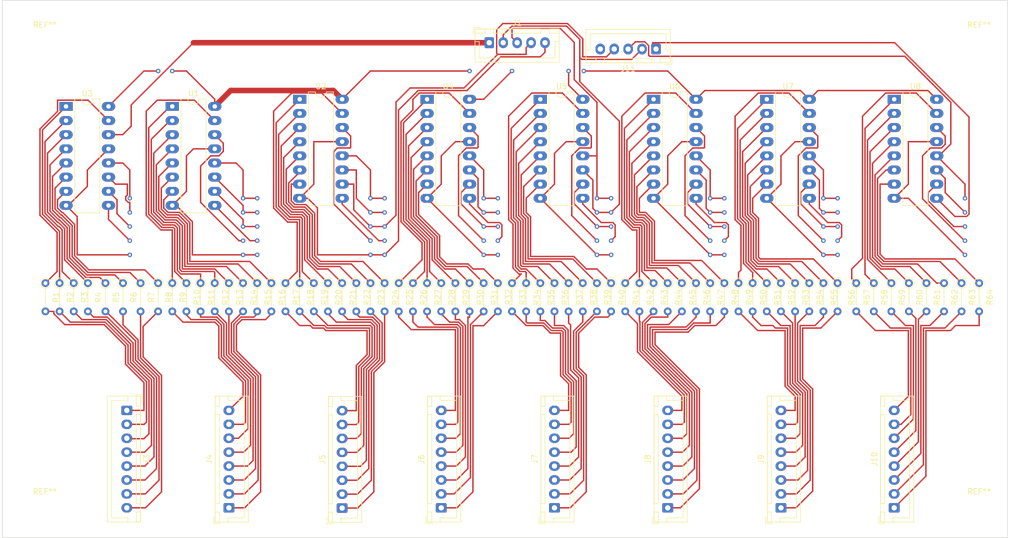
<source format=kicad_pcb>
(kicad_pcb (version 20221018) (generator pcbnew)
  (layers (0 "F.Cu" signal) (31 "B.Cu" signal) (34 "B.Paste" user) (35 "F.Paste" user) (36 "B.SilkS" user "B.Silkscreen") (37 "F.SilkS" user "F.Silkscreen") (38 "B.Mask" user) (39 "F.Mask" user) (44 "Edge.Cuts" user))
  (net 0 "")
  (net 1 "Net-(U3-QA)")
  (net 2 "Net-(J3-Pin_1)")
  (net 3 "Net-(U7-QG)")
  (net 4 "Net-(J9-Pin_2)")
  (net 5 "Net-(U7-QH)")
  (net 6 "Net-(J9-Pin_1)")
  (net 7 "Net-(U8-QA)")
  (net 8 "Net-(J10-Pin_8)")
  (net 9 "Net-(U8-QB)")
  (net 10 "Net-(J10-Pin_7)")
  (net 11 "Net-(U8-QC)")
  (net 12 "Net-(J10-Pin_6)")
  (net 13 "Net-(U8-QD)")
  (net 14 "Net-(J10-Pin_5)")
  (net 15 "Net-(U8-QE)")
  (net 16 "Net-(J10-Pin_4)")
  (net 17 "Net-(U8-QF)")
  (net 18 "Net-(J10-Pin_3)")
  (net 19 "Net-(U8-QG)")
  (net 20 "Net-(J10-Pin_2)")
  (net 21 "Net-(U1-QC)")
  (net 22 "Net-(J4-Pin_6)")
  (net 23 "Net-(U3-QB)")
  (net 24 "Net-(J3-Pin_2)")
  (net 25 "Net-(U3-QC)")
  (net 26 "Net-(J3-Pin_3)")
  (net 27 "Net-(U3-QD)")
  (net 28 "Net-(J3-Pin_4)")
  (net 29 "Net-(U3-QE)")
  (net 30 "Net-(J3-Pin_5)")
  (net 31 "Net-(U3-QF)")
  (net 32 "Net-(J3-Pin_6)")
  (net 33 "Net-(U3-QG)")
  (net 34 "Net-(J3-Pin_7)")
  (net 35 "Net-(U3-QH)")
  (net 36 "Net-(J3-Pin_8)")
  (net 37 "Net-(U1-QA)")
  (net 38 "Net-(J4-Pin_8)")
  (net 39 "Net-(U1-QB)")
  (net 40 "Net-(J4-Pin_7)")
  (net 41 "Net-(U8-QH)")
  (net 42 "Net-(J10-Pin_1)")
  (net 43 "Net-(U1-QD)")
  (net 44 "Net-(J4-Pin_5)")
  (net 45 "Net-(U1-QE)")
  (net 46 "Net-(J4-Pin_4)")
  (net 47 "Net-(U1-QF)")
  (net 48 "Net-(J4-Pin_3)")
  (net 49 "Net-(U1-QG)")
  (net 50 "Net-(J4-Pin_2)")
  (net 51 "Net-(U1-QH)")
  (net 52 "Net-(J4-Pin_1)")
  (net 53 "Net-(J5-Pin_8)")
  (net 54 "Net-(U2-QB)")
  (net 55 "Net-(J5-Pin_7)")
  (net 56 "Net-(U2-QC)")
  (net 57 "Net-(J5-Pin_6)")
  (net 58 "Net-(U2-QD)")
  (net 59 "Net-(J5-Pin_5)")
  (net 60 "Net-(U2-QE)")
  (net 61 "Net-(J5-Pin_4)")
  (net 62 "Net-(U2-QF)")
  (net 63 "Net-(J5-Pin_3)")
  (net 64 "Net-(U2-QG)")
  (net 65 "Net-(J5-Pin_2)")
  (net 66 "Net-(U2-QH)")
  (net 67 "Net-(J5-Pin_1)")
  (net 68 "Net-(U4-QA)")
  (net 69 "Net-(J6-Pin_8)")
  (net 70 "Net-(U4-QB)")
  (net 71 "Net-(J6-Pin_7)")
  (net 72 "Net-(U4-QC)")
  (net 73 "Net-(J6-Pin_6)")
  (net 74 "Net-(U4-QD)")
  (net 75 "Net-(J6-Pin_5)")
  (net 76 "Net-(U4-QE)")
  (net 77 "Net-(J6-Pin_4)")
  (net 78 "Net-(U4-QF)")
  (net 79 "Net-(J6-Pin_3)")
  (net 80 "Net-(U4-QG)")
  (net 81 "Net-(J6-Pin_2)")
  (net 82 "Net-(U4-QH)")
  (net 83 "Net-(J6-Pin_1)")
  (net 84 "Net-(U5-QA)")
  (net 85 "Net-(J7-Pin_8)")
  (net 86 "Net-(U5-QB)")
  (net 87 "Net-(J7-Pin_7)")
  (net 88 "Net-(U5-QC)")
  (net 89 "Net-(J7-Pin_6)")
  (net 90 "Net-(U5-QD)")
  (net 91 "Net-(J7-Pin_5)")
  (net 92 "Net-(U5-QE)")
  (net 93 "Net-(J7-Pin_4)")
  (net 94 "Net-(U5-QF)")
  (net 95 "Net-(J7-Pin_3)")
  (net 96 "Net-(U5-QG)")
  (net 97 "Net-(J7-Pin_2)")
  (net 98 "Net-(U5-QH)")
  (net 99 "Net-(J7-Pin_1)")
  (net 100 "Net-(U6-QA)")
  (net 101 "Net-(J8-Pin_8)")
  (net 102 "Net-(U6-QB)")
  (net 103 "Net-(J8-Pin_7)")
  (net 104 "Net-(U6-QC)")
  (net 105 "Net-(J8-Pin_6)")
  (net 106 "Net-(U6-QD)")
  (net 107 "Net-(J8-Pin_5)")
  (net 108 "Net-(U6-QE)")
  (net 109 "Net-(J8-Pin_4)")
  (net 110 "Net-(U6-QF)")
  (net 111 "Net-(J8-Pin_3)")
  (net 112 "Net-(U6-QG)")
  (net 113 "Net-(J8-Pin_2)")
  (net 114 "Net-(U6-QH)")
  (net 115 "Net-(J8-Pin_1)")
  (net 116 "Net-(U7-QA)")
  (net 117 "Net-(J9-Pin_8)")
  (net 118 "Net-(U7-QB)")
  (net 119 "Net-(J9-Pin_7)")
  (net 120 "Net-(U7-QC)")
  (net 121 "Net-(J9-Pin_6)")
  (net 122 "Net-(U7-QD)")
  (net 123 "Net-(J9-Pin_5)")
  (net 124 "Net-(U7-QE)")
  (net 125 "Net-(J9-Pin_4)")
  (net 126 "Net-(U7-QF)")
  (net 127 "Net-(J9-Pin_3)")
  (net 128 "Net-(J1-Pin_5)")
  (net 129 "Net-(U1-QH')")
  (net 130 "Net-(J1-Pin_4)")
  (net 131 "Net-(J1-Pin_2)")
  (net 132 "Net-(J1-Pin_3)")
  (net 133 "Net-(U1-SER)")
  (net 134 "Net-(J1-Pin_6)")
  (net 135 "Net-(U2-QH')")
  (net 136 "Net-(J1-Pin_1)")
  (net 137 "Net-(U4-QH')")
  (net 138 "Net-(U5-QH')")
  (net 139 "Net-(U6-QH')")
  (net 140 "Net-(U7-QH')")
  (net 141 "Net-(J11-Pin_1)")
  (footprint "Resistor_THT:R_Axial_DIN0204_L3.6mm_D1.6mm_P5.08mm_Vertical" (layer "F.Cu") (at 53.34 60.96 -90)
    (fp_text reference "R13")
    (fp_text value "R_Small")
  )
  (footprint "Resistor_THT:R_Axial_DIN0204_L3.6mm_D1.6mm_P5.08mm_Vertical" (layer "F.Cu") (at 99.06 60.96 -90)
    (fp_text reference "R31")
    (fp_text value "R_Small")
  )
  (footprint "Resistor_THT:R_Axial_DIN0204_L3.6mm_D1.6mm_P5.08mm_Vertical" (layer "F.Cu") (at 121.92 60.96 -90)
    (fp_text reference "R40")
    (fp_text value "R_Small")
  )
  (footprint "Resistor_THT:R_Axial_DIN0204_L3.6mm_D1.6mm_P5.08mm_Vertical" (layer "F.Cu") (at 132.08 60.96 -90)
    (fp_text reference "R44")
    (fp_text value "R_Small")
  )
  (footprint "Resistor_THT:R_Axial_DIN0204_L3.6mm_D1.6mm_P5.08mm_Vertical" (layer "F.Cu") (at 104.14 60.96 -90)
    (fp_text reference "R33")
    (fp_text value "R_Small")
  )
  (footprint "Resistor_THT:R_Axial_DIN0204_L3.6mm_D1.6mm_P5.08mm_Vertical" (layer "F.Cu") (at 172.21 60.96 -90)
    (fp_text reference "R59")
    (fp_text value "R_Small")
  )
  (footprint "Resistor_THT:R_Axial_DIN0204_L3.6mm_D1.6mm_P5.08mm_Vertical" (layer "F.Cu") (at 111.76 60.96 -90)
    (fp_text reference "R36")
    (fp_text value "R_Small")
  )
  (footprint "Connector_JST:JST_XH_B8B-XH-A_1x08_P2.50mm_Vertical" (layer "F.Cu") (at 91.44 101.32 90)
    (fp_text reference "J6")
    (fp_text value "Row_04")
  )
  (footprint "Resistor_THT:R_Axial_DIN0204_L3.6mm_D1.6mm_P5.08mm_Vertical" (layer "F.Cu") (at 81.28 60.96 -90)
    (fp_text reference "R24")
    (fp_text value "R_Small")
  )
  (footprint "Resistor_THT:R_Axial_DIN0204_L3.6mm_D1.6mm_P5.08mm_Vertical" (layer "F.Cu") (at 101.6 60.96 -90)
    (fp_text reference "R32")
    (fp_text value "R_Small")
  )
  (footprint "Connector_JST:JST_XH_B8B-XH-A_1x08_P2.50mm_Vertical" (layer "F.Cu") (at 111.76 101.32 90)
    (fp_text reference "J7")
    (fp_text value "Row_05")
  )
  (footprint "Resistor_THT:R_Axial_DIN0204_L3.6mm_D1.6mm_P5.08mm_Vertical" (layer "F.Cu") (at 86.36 60.96 -90)
    (fp_text reference "R26")
    (fp_text value "R_Small")
  )
  (footprint "Resistor_THT:R_Axial_DIN0204_L3.6mm_D1.6mm_P5.08mm_Vertical" (layer "F.Cu") (at 137.16 60.96 -90)
    (fp_text reference "R46")
    (fp_text value "R_Small")
  )
  (footprint "Resistor_THT:R_Axial_DIN0204_L3.6mm_D1.6mm_P5.08mm_Vertical" (layer "F.Cu") (at 76.2 60.96 -90)
    (fp_text reference "R22")
    (fp_text value "R_Small")
  )
  (footprint "Resistor_THT:R_Axial_DIN0204_L3.6mm_D1.6mm_P5.08mm_Vertical" (layer "F.Cu") (at 83.82 60.96 -90)
    (fp_text reference "R25")
    (fp_text value "R_Small")
  )
  (footprint "Resistor_THT:R_Axial_DIN0204_L3.6mm_D1.6mm_P5.08mm_Vertical" (layer "F.Cu") (at 106.68 60.96 -90)
    (fp_text reference "R34")
    (fp_text value "R_Small")
  )
  (footprint "Resistor_THT:R_Axial_DIN0204_L3.6mm_D1.6mm_P5.08mm_Vertical" (layer "F.Cu") (at 66.04 60.96 -90)
    (fp_text reference "R18")
    (fp_text value "R_Small")
  )
  (footprint "Resistor_THT:R_Axial_DIN0204_L3.6mm_D1.6mm_P5.08mm_Vertical" (layer "F.Cu") (at 152.4 60.96 -90)
    (fp_text reference "R52")
    (fp_text value "R_Small")
  )
  (footprint "Resistor_THT:R_Axial_DIN0204_L3.6mm_D1.6mm_P5.08mm_Vertical" (layer "F.Cu") (at 91.44 60.96 -90)
    (fp_text reference "R28")
    (fp_text value "R_Small")
  )
  (footprint "Connector_JST:JST_XH_B8B-XH-A_1x08_P2.50mm_Vertical" (layer "F.Cu") (at 73.66 101.36 90)
    (fp_text reference "J5")
    (fp_text value "Row_03")
  )
  (footprint "Connector_JST:JST_XH_B5B-XH-A_1x05_P2.50mm_Vertical" (layer "F.Cu") (at 129.98 18.92 180)
    (fp_text reference "J11")
    (fp_text value "To_Next_board")
  )
  (footprint "Resistor_THT:R_Axial_DIN0204_L3.6mm_D1.6mm_P5.08mm_Vertical" (layer "F.Cu") (at 175.36 60.96 -90)
    (fp_text reference "R60")
    (fp_text value "R_Small")
  )
  (footprint "Resistor_THT:R_Axial_DIN0204_L3.6mm_D1.6mm_P5.08mm_Vertical" (layer "F.Cu") (at 55.88 60.96 -90)
    (fp_text reference "R14")
    (fp_text value "R_Small")
  )
  (footprint "Package_DIP:DIP-16_W7.62mm_LongPads" (layer "F.Cu") (at 24.115 29.225)
    (fp_text reference "U3")
    (fp_text value "74HC595")
  )
  (footprint "Resistor_THT:R_Axial_DIN0204_L3.6mm_D1.6mm_P5.08mm_Vertical" (layer "F.Cu") (at 119.38 60.96 -90)
    (fp_text reference "R39")
    (fp_text value "R_Small")
  )
  (footprint "Resistor_THT:R_Axial_DIN0204_L3.6mm_D1.6mm_P5.08mm_Vertical" (layer "F.Cu") (at 71.12 60.96 -90)
    (fp_text reference "R20")
    (fp_text value "R_Small")
  )
  (footprint "Package_DIP:DIP-16_W7.62mm_LongPads" (layer "F.Cu") (at 149.86 27.94)
    (fp_text reference "U7")
    (fp_text value "74HC595")
  )
  (footprint "Resistor_THT:R_Axial_DIN0204_L3.6mm_D1.6mm_P5.08mm_Vertical" (layer "F.Cu") (at 20.42 60.96 -90)
    (fp_text reference "R1")
    (fp_text value "R_Small")
  )
  (footprint "Resistor_THT:R_Axial_DIN0204_L3.6mm_D1.6mm_P5.08mm_Vertical" (layer "F.Cu") (at 149.86 60.96 -90)
    (fp_text reference "R51")
    (fp_text value "R_Small")
  )
  (footprint "Package_DIP:DIP-16_W7.62mm_LongPads" (layer "F.Cu") (at 172.72 27.94)
    (fp_text reference "U8")
    (fp_text value "74HC595")
  )
  (footprint "Resistor_THT:R_Axial_DIN0204_L3.6mm_D1.6mm_P5.08mm_Vertical" (layer "F.Cu") (at 134.62 60.96 -90)
    (fp_text reference "R45")
    (fp_text value "R_Small")
  )
  (footprint "Package_DIP:DIP-16_W7.62mm_LongPads" (layer "F.Cu") (at 129.54 27.94)
    (fp_text reference "U6")
    (fp_text value "74HC595")
  )
  (footprint "MountingHole:MountingHole_2.1mm" (layer "F.Cu") (at 20.32 101.6)
    (fp_text reference "REF**")
    (fp_text value "MountingHole_2.1mm")
  )
  (footprint "Resistor_THT:R_Axial_DIN0204_L3.6mm_D1.6mm_P5.08mm_Vertical" (layer "F.Cu") (at 162.56 60.96 -90)
    (fp_text reference "R56")
    (fp_text value "R_Small")
  )
  (footprint "MountingHole:MountingHole_2.1mm" (layer "F.Cu") (at 187.96 17.78)
    (fp_text reference "REF**")
    (fp_text value "MountingHole_2.1mm")
  )
  (footprint "Resistor_THT:R_Axial_DIN0204_L3.6mm_D1.6mm_P5.08mm_Vertical" (layer "F.Cu") (at 48.26 60.96 -90)
    (fp_text reference "R11")
    (fp_text value "R_Small")
  )
  (footprint "Resistor_THT:R_Axial_DIN0204_L3.6mm_D1.6mm_P5.08mm_Vertical" (layer "F.Cu") (at 63.5 60.96 -90)
    (fp_text reference "R17")
    (fp_text value "R_Small")
  )
  (footprint "Resistor_THT:R_Axial_DIN0204_L3.6mm_D1.6mm_P5.08mm_Vertical" (layer "F.Cu") (at 139.7 60.96 -90)
    (fp_text reference "R47")
    (fp_text value "R_Small")
  )
  (footprint "Resistor_THT:R_Axial_DIN0204_L3.6mm_D1.6mm_P5.08mm_Vertical" (layer "F.Cu") (at 165.91 60.96 -90)
    (fp_text reference "R57")
    (fp_text value "R_Small")
  )
  (footprint "Resistor_THT:R_Axial_DIN0204_L3.6mm_D1.6mm_P5.08mm_Vertical" (layer "F.Cu") (at 144.78 60.96 -90)
    (fp_text reference "R49")
    (fp_text value "R_Small")
  )
  (footprint "Resistor_THT:R_Axial_DIN0204_L3.6mm_D1.6mm_P5.08mm_Vertical" (layer "F.Cu") (at 96.52 60.96 -90)
    (fp_text reference "R30")
    (fp_text value "R_Small")
  )
  (footprint "Resistor_THT:R_Axial_DIN0204_L3.6mm_D1.6mm_P5.08mm_Vertical" (layer "F.Cu") (at 40.64 60.96 -90)
    (fp_text reference "R8")
    (fp_text value "R_Small")
  )
  (footprint "Package_DIP:DIP-16_W7.62mm_LongPads" (layer "F.Cu") (at 109.22 27.94)
    (fp_text reference "U5")
    (fp_text value "74HC595")
  )
  (footprint "Resistor_THT:R_Axial_DIN0204_L3.6mm_D1.6mm_P5.08mm_Vertical" (layer "F.Cu") (at 73.66 60.96 -90)
    (fp_text reference "R21")
    (fp_text value "R_Small")
  )
  (footprint "Resistor_THT:R_Axial_DIN0204_L3.6mm_D1.6mm_P5.08mm_Vertical" (layer "F.Cu") (at 58.42 60.96 -90)
    (fp_text reference "R15")
    (fp_text value "R_Small")
  )
  (footprint "Connector_JST:JST_XH_B8B-XH-A_1x08_P2.50mm_Vertical" (layer "F.Cu") (at 152.4 101.32 90)
    (fp_text reference "J9")
    (fp_text value "Row_07")
  )
  (footprint "Connector_JST:JST_XH_B5B-XH-A_1x05_P2.50mm_Vertical" (layer "F.Cu") (at 100.06 17.78)
    (fp_text reference "J1")
    (fp_text value "Arduino_Connection_Pins")
  )
  (footprint "Resistor_THT:R_Axial_DIN0204_L3.6mm_D1.6mm_P5.08mm_Vertical" (layer "F.Cu") (at 109.22 60.96 -90)
    (fp_text reference "R35")
    (fp_text value "R_Small")
  )
  (footprint "Resistor_THT:R_Axial_DIN0204_L3.6mm_D1.6mm_P5.08mm_Vertical" (layer "F.Cu") (at 43.18 60.96 -90)
    (fp_text reference "R9")
    (fp_text value "R_Small")
  )
  (footprint "Resistor_THT:R_Axial_DIN0204_L3.6mm_D1.6mm_P5.08mm_Vertical" (layer "F.Cu") (at 37.49 60.96 -90)
    (fp_text reference "R7")
    (fp_text value "R_Small")
  )
  (footprint "Resistor_THT:R_Axial_DIN0204_L3.6mm_D1.6mm_P5.08mm_Vertical" (layer "F.Cu") (at 187.96 60.96 -90)
    (fp_text reference "R64")
    (fp_text value "R_Small")
  )
  (footprint "Resistor_THT:R_Axial_DIN0204_L3.6mm_D1.6mm_P5.08mm_Vertical" (layer "F.Cu") (at 124.46 60.96 -90)
    (fp_text reference "R41")
    (fp_text value "R_Small")
  )
  (footprint "Connector_JST:JST_XH_B8B-XH-A_1x08_P2.50mm_Vertical" (layer "F.Cu") (at 35.02 83.82 -90)
    (fp_text reference "J3")
    (fp_text value "Row_01")
  )
  (footprint "Resistor_THT:R_Axial_DIN0204_L3.6mm_D1.6mm_P5.08mm_Vertical" (layer "F.Cu") (at 147.32 60.96 -90)
    (fp_text reference "R50")
    (fp_text value "R_Small")
  )
  (footprint "Resistor_THT:R_Axial_DIN0204_L3.6mm_D1.6mm_P5.08mm_Vertical" (layer "F.Cu") (at 154.94 60.96 -90)
    (fp_text reference "R53")
    (fp_text value "R_Small")
  )
  (footprint "Package_DIP:DIP-16_W7.62mm_LongPads" (layer "F.Cu") (at 88.9 27.94)
    (fp_text reference "U4")
    (fp_text value "74HC595")
  )
  (footprint "Resistor_THT:R_Axial_DIN0204_L3.6mm_D1.6mm_P5.08mm_Vertical" (layer "F.Cu") (at 157.48 60.96 -90)
    (fp_text reference "R54")
    (fp_text value "R_Small")
  )
  (footprint "Resistor_THT:R_Axial_DIN0204_L3.6mm_D1.6mm_P5.08mm_Vertical" (layer "F.Cu") (at 25.5 60.96 -90)
    (fp_text reference "R3")
    (fp_text value "R_Small")
  )
  (footprint "Resistor_THT:R_Axial_DIN0204_L3.6mm_D1.6mm_P5.08mm_Vertical" (layer "F.Cu") (at 93.98 60.96 -90)
    (fp_text reference "R29")
    (fp_text value "R_Small")
  )
  (footprint "Resistor_THT:R_Axial_DIN0204_L3.6mm_D1.6mm_P5.08mm_Vertical" (layer "F.Cu") (at 129.54 60.96 -90)
    (fp_text reference "R43")
    (fp_text value "R_Small")
  )
  (footprint "Resistor_THT:R_Axial_DIN0204_L3.6mm_D1.6mm_P5.08mm_Vertical" (layer "F.Cu") (at 181.66 60.96 -90)
    (fp_text reference "R62")
    (fp_text value "R_Small")
  )
  (footprint "Resistor_THT:R_Axial_DIN0204_L3.6mm_D1.6mm_P5.08mm_Vertical" (layer "F.Cu") (at 88.9 60.96 -90)
    (fp_text reference "R27")
    (fp_text value "R_Small")
  )
  (footprint "Resistor_THT:R_Axial_DIN0204_L3.6mm_D1.6mm_P5.08mm_Vertical" (layer "F.Cu") (at 50.8 60.96 -90)
    (fp_text reference "R12")
    (fp_text value "R_Small")
  )
  (footprint "Resistor_THT:R_Axial_DIN0204_L3.6mm_D1.6mm_P5.08mm_Vertical" (layer "F.Cu") (at 28.04 60.96 -90)
    (fp_text reference "R4")
    (fp_text value "R_Small")
  )
  (footprint "Resistor_THT:R_Axial_DIN0204_L3.6mm_D1.6mm_P5.08mm_Vertical" (layer "F.Cu") (at 60.96 60.96 -90)
    (fp_text reference "R16")
    (fp_text value "R_Small")
  )
  (footprint "Resistor_THT:R_Axial_DIN0204_L3.6mm_D1.6mm_P5.08mm_Vertical" (layer "F.Cu") (at 142.24 60.96 -90)
    (fp_text reference "R48")
    (fp_text value "R_Small")
  )
  (footprint "Resistor_THT:R_Axial_DIN0204_L3.6mm_D1.6mm_P5.08mm_Vertical" (layer "F.Cu") (at 22.96 60.96 -90)
    (fp_text reference "R2")
    (fp_text value "R_Small")
  )
  (footprint "Package_DIP:DIP-16_W7.62mm_LongPads" (layer "F.Cu") (at 43.18 29.225)
    (fp_text reference "U1")
    (fp_text value "74HC595")
  )
  (footprint "Connector_JST:JST_XH_B8B-XH-A_1x08_P2.50mm_Vertical" (layer "F.Cu") (at 172.72 101.32 90)
    (fp_text reference "J10")
    (fp_text value "Row_08")
  )
  (footprint "Resistor_THT:R_Axial_DIN0204_L3.6mm_D1.6mm_P5.08mm_Vertical" (layer "F.Cu") (at 78.74 60.96 -90)
    (fp_text reference "R23")
    (fp_text value "R_Small")
  )
  (footprint "Resistor_THT:R_Axial_DIN0204_L3.6mm_D1.6mm_P5.08mm_Vertical" (layer "F.Cu") (at 45.72 60.96 -90)
    (fp_text reference "R10")
    (fp_text value "R_Small")
  )
  (footprint "Resistor_THT:R_Axial_DIN0204_L3.6mm_D1.6mm_P5.08mm_Vertical" (layer "F.Cu") (at 178.51 60.96 -90)
    (fp_text reference "R61")
    (fp_text value "R_Small")
  )
  (footprint "Resistor_THT:R_Axial_DIN0204_L3.6mm_D1.6mm_P5.08mm_Vertical" (layer "F.Cu") (at 160.02 60.96 -90)
    (fp_text reference "R55")
    (fp_text value "R_Small")
  )
  (footprint "Resistor_THT:R_Axial_DIN0204_L3.6mm_D1.6mm_P5.08mm_Vertical" (layer "F.Cu") (at 127 60.96 -90)
    (fp_text reference "R42")
    (fp_text value "R_Small")
  )
  (footprint "Resistor_THT:R_Axial_DIN0204_L3.6mm_D1.6mm_P5.08mm_Vertical" (layer "F.Cu") (at 116.84 60.96 -90)
    (fp_text reference "R38")
    (fp_text value "R_Small")
  )
  (footprint "MountingHole:MountingHole_2.1mm" (layer "F.Cu") (at 187.96 101.6)
    (fp_text reference "REF**")
    (fp_text value "MountingHole_2.1mm")
  )
  (footprint "Resistor_THT:R_Axial_DIN0204_L3.6mm_D1.6mm_P5.08mm_Vertical" (layer "F.Cu") (at 31.19 60.96 -90)
    (fp_text reference "R5")
    (fp_text value "R_Small")
  )
  (footprint "Resistor_THT:R_Axial_DIN0204_L3.6mm_D1.6mm_P5.08mm_Vertical" (layer "F.Cu") (at 169.06 60.96 -90)
    (fp_text reference "R58")
    (fp_text value "R_Small")
  )
  (footprint "Resistor_THT:R_Axial_DIN0204_L3.6mm_D1.6mm_P5.08mm_Vertical" (layer "F.Cu") (at 34.34 60.96 -90)
    (fp_text reference "R6")
    (fp_text value "R_Small")
  )
  (footprint "MountingHole:MountingHole_2.1mm" (layer "F.Cu") (at 20.32 17.78)
    (fp_text reference "REF**")
    (fp_text value "MountingHole_2.1mm")
  )
  (footprint "Resistor_THT:R_Axial_DIN0204_L3.6mm_D1.6mm_P5.08mm_Vertical" (layer "F.Cu") (at 184.81 60.96 -90)
    (fp_text reference "R63")
    (fp_text value "R_Small")
  )
  (footprint "Connector_JST:JST_XH_B8B-XH-A_1x08_P2.50mm_Vertical" (layer "F.Cu") (at 132.08 101.32 90)
    (fp_text reference "J8")
    (fp_text value "Row_06")
  )
  (footprint "Resistor_THT:R_Axial_DIN0204_L3.6mm_D1.6mm_P5.08mm_Vertical" (layer "F.Cu") (at 68.58 60.96 -90)
    (fp_text reference "R19")
    (fp_text value "R_Small")
  )
  (footprint "Package_DIP:DIP-16_W7.62mm_LongPads" (layer "F.Cu") (at 66.04 27.94)
    (fp_text reference "U2")
    (fp_text value "74HC595")
  )
  (footprint "Resistor_THT:R_Axial_DIN0204_L3.6mm_D1.6mm_P5.08mm_Vertical" (layer "F.Cu") (at 114.3 60.96 -90)
    (fp_text reference "R37")
    (fp_text value "R_Small")
  )
  (footprint "Connector_JST:JST_XH_B8B-XH-A_1x08_P2.50mm_Vertical" (layer "F.Cu") (at 53.34 101.32 90)
    (fp_text reference "J4")
    (fp_text value "Row_02")
  )
  (gr_rect (start 12.7 10.16) (end 193.04 106.68) (stroke (width 0.1)) (fill none) (layer "Edge.Cuts"))
  (segment (start 19.44 48.775762) (end 19.44 33.263604) (width 0.25) (layer "F.Cu") (net 1))
  (segment (start 28.07 28.1) (end 31.735 31.765) (width 0.25) (layer "F.Cu") (net 1))
  (segment (start 20.42 60.96) (end 22.51 58.87) (width 0.25) (layer "F.Cu") (net 1))
  (segment (start 22.51 51.845762) (end 19.44 48.775762) (width 0.25) (layer "F.Cu") (net 1))
  (segment (start 22.59 30.113604) (end 22.59 28.1) (width 0.25) (layer "F.Cu") (net 1))
  (segment (start 22.51 58.87) (end 22.51 51.845762) (width 0.25) (layer "F.Cu") (net 1))
  (segment (start 22.59 28.1) (end 28.07 28.1) (width 0.25) (layer "F.Cu") (net 1))
  (segment (start 19.44 33.263604) (end 22.59 30.113604) (width 0.25) (layer "F.Cu") (net 1))
  (segment (start 38.1 78.826396) (end 38.1 83.82) (width 0.25) (layer "F.Cu") (net 2))
  (segment (start 23.885431 68.415) (end 30.945812 68.415) (width 0.25) (layer "F.Cu") (net 2))
  (segment (start 38.1 83.82) (end 35.02 83.82) (width 0.25) (layer "F.Cu") (net 2))
  (segment (start 34.79 75.516396) (end 38.1 78.826396) (width 0.25) (layer "F.Cu") (net 2))
  (segment (start 21.935 66.464569) (end 23.885431 68.415) (width 0.25) (layer "F.Cu") (net 2))
  (segment (start 30.945812 68.415) (end 34.79 72.259188) (width 0.25) (layer "F.Cu") (net 2))
  (segment (start 34.79 72.259188) (end 34.79 75.516396) (width 0.25) (layer "F.Cu") (net 2))
  (segment (start 20.42 66.04) (end 21.935 66.04) (width 0.25) (layer "F.Cu") (net 2))
  (segment (start 21.935 66.04) (end 21.935 66.464569) (width 0.25) (layer "F.Cu") (net 2))
  (segment (start 146.87 48.446396) (end 147.924416 49.500812) (width 0.25) (layer "F.Cu") (net 3))
  (segment (start 149.86 40.64) (end 146.87 43.63) (width 0.25) (layer "F.Cu") (net 3))
  (segment (start 156.13 57.07) (end 160.02 60.96) (width 0.25) (layer "F.Cu") (net 3))
  (segment (start 146.87 43.63) (end 146.87 48.446396) (width 0.25) (layer "F.Cu") (net 3))
  (segment (start 147.924416 49.500812) (end 147.924416 56.478832) (width 0.25) (layer "F.Cu") (net 3))
  (segment (start 147.924416 56.478832) (end 148.515584 57.07) (width 0.25) (layer "F.Cu") (net 3))
  (segment (start 148.515584 57.07) (end 156.13 57.07) (width 0.25) (layer "F.Cu") (net 3))
  (segment (start 155.84 78.361624) (end 157.64 80.161624) (width 0.25) (layer "F.Cu") (net 4))
  (segment (start 160.02 67.065) (end 158.505 68.58) (width 0.25) (layer "F.Cu") (net 4))
  (segment (start 160.02 66.04) (end 160.02 67.065) (width 0.25) (layer "F.Cu") (net 4))
  (segment (start 155.18 98.82) (end 152.4 98.82) (width 0.25) (layer "F.Cu") (net 4))
  (segment (start 158.505 68.58) (end 155.84 68.58) (width 0.25) (layer "F.Cu") (net 4))
  (segment (start 157.64 96.36) (end 155.18 98.82) (width 0.25) (layer "F.Cu") (net 4))
  (segment (start 155.84 68.58) (end 155.84 78.361624) (width 0.25) (layer "F.Cu") (net 4))
  (segment (start 157.64 80.161624) (end 157.64 96.36) (width 0.25) (layer "F.Cu") (net 4))
  (segment (start 148.70198 56.62) (end 158.22 56.62) (width 0.25) (layer "F.Cu") (net 5))
  (segment (start 147.32 48.26) (end 148.374416 49.314416) (width 0.25) (layer "F.Cu") (net 5))
  (segment (start 148.374416 56.292436) (end 148.70198 56.62) (width 0.25) (layer "F.Cu") (net 5))
  (segment (start 147.32 45.72) (end 147.32 48.26) (width 0.25) (layer "F.Cu") (net 5))
  (segment (start 148.374416 49.314416) (end 148.374416 56.292436) (width 0.25) (layer "F.Cu") (net 5))
  (segment (start 149.86 43.18) (end 147.32 45.72) (width 0.25) (layer "F.Cu") (net 5))
  (segment (start 158.22 56.62) (end 162.56 60.96) (width 0.25) (layer "F.Cu") (net 5))
  (segment (start 162.56 66.04) (end 159.57 69.03) (width 0.25) (layer "F.Cu") (net 6))
  (segment (start 156.29 69.03) (end 156.29 78.175228) (width 0.25) (layer "F.Cu") (net 6))
  (segment (start 155.08 101.32) (end 152.4 101.32) (width 0.25) (layer "F.Cu") (net 6))
  (segment (start 156.29 78.175228) (end 158.09 79.975228) (width 0.25) (layer "F.Cu") (net 6))
  (segment (start 158.09 98.31) (end 155.08 101.32) (width 0.25) (layer "F.Cu") (net 6))
  (segment (start 158.09 79.975228) (end 158.09 98.31) (width 0.25) (layer "F.Cu") (net 6))
  (segment (start 159.57 69.03) (end 156.29 69.03) (width 0.25) (layer "F.Cu") (net 6))
  (segment (start 165.1 60.15) (end 165.1 58.42) (width 0.25) (layer "F.Cu") (net 7))
  (segment (start 167.03 56.49) (end 167.03 30.98) (width 0.25) (layer "F.Cu") (net 7))
  (segment (start 171.195 26.815) (end 176.675 26.815) (width 0.25) (layer "F.Cu") (net 7))
  (segment (start 165.91 60.96) (end 165.1 60.15) (width 0.25) (layer "F.Cu") (net 7))
  (segment (start 165.1 58.42) (end 167.03 56.49) (width 0.25) (layer "F.Cu") (net 7))
  (segment (start 167.03 30.98) (end 171.195 26.815) (width 0.25) (layer "F.Cu") (net 7))
  (segment (start 176.675 26.815) (end 180.34 30.48) (width 0.25) (layer "F.Cu") (net 7))
  (segment (start 169.35 69.48) (end 175.26 69.48) (width 0.25) (layer "F.Cu") (net 8))
  (segment (start 175.26 81.28) (end 172.72 83.82) (width 0.25) (layer "F.Cu") (net 8))
  (segment (start 165.91 66.04) (end 169.35 69.48) (width 0.25) (layer "F.Cu") (net 8))
  (segment (start 175.26 69.48) (end 175.26 81.28) (width 0.25) (layer "F.Cu") (net 8))
  (segment (start 172.72 27.94) (end 167.48 33.18) (width 0.25) (layer "F.Cu") (net 9))
  (segment (start 167.48 33.18) (end 167.48 59.38) (width 0.25) (layer "F.Cu") (net 9))
  (segment (start 167.48 59.38) (end 169.06 60.96) (width 0.25) (layer "F.Cu") (net 9))
  (segment (start 173.945 86.32) (end 172.72 86.32) (width 0.25) (layer "F.Cu") (net 10))
  (segment (start 175.71 84.555) (end 173.945 86.32) (width 0.25) (layer "F.Cu") (net 10))
  (segment (start 169.06 66.04) (end 172.05 69.03) (width 0.25) (layer "F.Cu") (net 10))
  (segment (start 175.71 69.03) (end 175.71 84.555) (width 0.25) (layer "F.Cu") (net 10))
  (segment (start 172.05 69.03) (end 175.71 69.03) (width 0.25) (layer "F.Cu") (net 10))
  (segment (start 167.93 56.68) (end 172.21 60.96) (width 0.25) (layer "F.Cu") (net 11))
  (segment (start 167.93 35.27) (end 167.93 56.68) (width 0.25) (layer "F.Cu") (net 11))
  (segment (start 172.72 30.48) (end 167.93 35.27) (width 0.25) (layer "F.Cu") (net 11))
  (segment (start 172.21 66.04) (end 174.75 68.58) (width 0.25) (layer "F.Cu") (net 12))
  (segment (start 174.75 68.58) (end 176.16 68.58) (width 0.25) (layer "F.Cu") (net 12))
  (segment (start 176.16 85.38) (end 172.72 88.82) (width 0.25) (layer "F.Cu") (net 12))
  (segment (start 176.16 68.58) (end 176.16 85.38) (width 0.25) (layer "F.Cu") (net 12))
  (segment (start 168.38 56.493604) (end 170.306396 58.42) (width 0.25) (layer "F.Cu") (net 13))
  (segment (start 172.72 33.02) (end 168.38 37.36) (width 0.25) (layer "F.Cu") (net 13))
  (segment (start 168.38 37.36) (end 168.38 56.493604) (width 0.25) (layer "F.Cu") (net 13))
  (segment (start 172.82 58.42) (end 175.36 60.96) (width 0.25) (layer "F.Cu") (net 13))
  (segment (start 170.306396 58.42) (end 172.82 58.42) (width 0.25) (layer "F.Cu") (net 13))
  (segment (start 175.36 66.04) (end 176.61 67.29) (width 0.25) (layer "F.Cu") (net 14))
  (segment (start 176.61 67.29) (end 176.61 87.43) (width 0.25) (layer "F.Cu") (net 14))
  (segment (start 176.61 87.43) (end 172.72 91.32) (width 0.25) (layer "F.Cu") (net 14))
  (segment (start 168.83 39.45) (end 168.83 56.307208) (width 0.25) (layer "F.Cu") (net 15))
  (segment (start 175.52 57.97) (end 178.51 60.96) (width 0.25) (layer "F.Cu") (net 15))
  (segment (start 170.492792 57.97) (end 175.52 57.97) (width 0.25) (layer "F.Cu") (net 15))
  (segment (start 168.83 56.307208) (end 170.492792 57.97) (width 0.25) (layer "F.Cu") (net 15))
  (segment (start 172.72 35.56) (end 168.83 39.45) (width 0.25) (layer "F.Cu") (net 15))
  (segment (start 177.06 67.49) (end 177.06 89.48) (width 0.25) (layer "F.Cu") (net 16))
  (segment (start 177.06 89.48) (end 172.72 93.82) (width 0.25) (layer "F.Cu") (net 16))
  (segment (start 178.51 66.04) (end 177.06 67.49) (width 0.25) (layer "F.Cu") (net 16))
  (segment (start 172.72 38.1) (end 169.28 41.54) (width 0.25) (layer "F.Cu") (net 17))
  (segment (start 170.679188 57.52) (end 176.9 57.52) (width 0.25) (layer "F.Cu") (net 17))
  (segment (start 180.34 60.96) (end 181.66 60.96) (width 0.25) (layer "F.Cu") (net 17))
  (segment (start 169.28 56.120812) (end 170.679188 57.52) (width 0.25) (layer "F.Cu") (net 17))
  (segment (start 169.28 41.54) (end 169.28 56.120812) (width 0.25) (layer "F.Cu") (net 17))
  (segment (start 176.9 57.52) (end 180.34 60.96) (width 0.25) (layer "F.Cu") (net 17))
  (segment (start 179.12 68.58) (end 177.51 68.58) (width 0.25) (layer "F.Cu") (net 18))
  (segment (start 177.51 68.58) (end 177.51 91.53) (width 0.25) (layer "F.Cu") (net 18))
  (segment (start 177.51 91.53) (end 172.72 96.32) (width 0.25) (layer "F.Cu") (net 18))
  (segment (start 181.66 66.04) (end 179.12 68.58) (width 0.25) (layer "F.Cu") (net 18))
  (segment (start 169.73 55.934416) (end 170.865584 57.07) (width 0.25) (layer "F.Cu") (net 19))
  (segment (start 172.72 40.64) (end 171.27 40.64) (width 0.25) (layer "F.Cu") (net 19))
  (segment (start 180.92 57.07) (end 184.81 60.96) (width 0.25) (layer "F.Cu") (net 19))
  (segment (start 171.27 40.64) (end 169.73 42.18) (width 0.25) (layer "F.Cu") (net 19))
  (segment (start 169.73 42.18) (end 169.73 55.934416) (width 0.25) (layer "F.Cu") (net 19))
  (segment (start 170.865584 57.07) (end 180.92 57.07) (width 0.25) (layer "F.Cu") (net 19))
  (segment (start 177.96 93.58) (end 172.72 98.82) (width 0.25) (layer "F.Cu") (net 20))
  (segment (start 184.81 66.04) (end 181.82 69.03) (width 0.25) (layer "F.Cu") (net 20))
  (segment (start 177.96 69.03) (end 177.96 93.58) (width 0.25) (layer "F.Cu") (net 20))
  (segment (start 181.82 69.03) (end 177.96 69.03) (width 0.25) (layer "F.Cu") (net 20))
  (segment (start 44.08 58.683604) (end 44.716396 59.32) (width 0.25) (layer "F.Cu") (net 21))
  (segment (start 39.405 48.40297) (end 41.51203 50.51) (width 0.25) (layer "F.Cu") (net 21))
  (segment (start 43.18 31.765) (end 42.78 31.765) (width 0.25) (layer "F.Cu") (net 21))
  (segment (start 42.78 31.765) (end 39.405 35.14) (width 0.25) (layer "F.Cu") (net 21))
  (segment (start 44.716396 59.32) (end 48.26 59.32) (width 0.25) (layer "F.Cu") (net 21))
  (segment (start 43.552792 50.51) (end 44.08 51.037208) (width 0.25) (layer "F.Cu") (net 21))
  (segment (start 44.08 51.037208) (end 44.08 58.683604) (width 0.25) (layer "F.Cu") (net 21))
  (segment (start 41.51203 50.51) (end 43.552792 50.51) (width 0.25) (layer "F.Cu") (net 21))
  (segment (start 39.405 35.14) (end 39.405 48.40297) (width 0.25) (layer "F.Cu") (net 21))
  (segment (start 48.26 59.32) (end 48.26 60.96) (width 0.25) (layer "F.Cu") (net 21))
  (segment (start 55.06 88.82) (end 53.34 88.82) (width 0.25) (layer "F.Cu") (net 22))
  (segment (start 56.78 78.367208) (end 56.78 87.1) (width 0.25) (layer "F.Cu") (net 22))
  (segment (start 51.188604 67.065) (end 52.44 68.316396) (width 0.25) (layer "F.Cu") (net 22))
  (segment (start 52.44 74.027208) (end 56.78 78.367208) (width 0.25) (layer "F.Cu") (net 22))
  (segment (start 48.26 67.065) (end 51.188604 67.065) (width 0.25) (layer "F.Cu") (net 22))
  (segment (start 52.44 68.316396) (end 52.44 74.027208) (width 0.25) (layer "F.Cu") (net 22))
  (segment (start 48.26 66.04) (end 48.26 67.065) (width 0.25) (layer "F.Cu") (net 22))
  (segment (start 56.78 87.1) (end 55.06 88.82) (width 0.25) (layer "F.Cu") (net 22))
  (segment (start 19.89 33.45) (end 19.89 48.589366) (width 0.25) (layer "F.Cu") (net 23))
  (segment (start 22.96 51.659366) (end 22.96 60.96) (width 0.25) (layer "F.Cu") (net 23))
  (segment (start 19.89 48.589366) (end 22.96 51.659366) (width 0.25) (layer "F.Cu") (net 23))
  (segment (start 24.115 29.225) (end 19.89 33.45) (width 0.25) (layer "F.Cu") (net 23))
  (segment (start 38.55 85.91) (end 38.1 86.36) (width 0.25) (layer "F.Cu") (net 24))
  (segment (start 38.1 86.36) (end 38.06 86.32) (width 0.25) (layer "F.Cu") (net 24))
  (segment (start 22.96 66.04) (end 24.885 67.965) (width 0.25) (layer "F.Cu") (net 24))
  (segment (start 38.55 78.64) (end 38.55 85.91) (width 0.25) (layer "F.Cu") (net 24))
  (segment (start 24.885 67.965) (end 31.132208 67.965) (width 0.25) (layer "F.Cu") (net 24))
  (segment (start 38.06 86.32) (end 35.02 86.32) (width 0.25) (layer "F.Cu") (net 24))
  (segment (start 31.132208 67.965) (end 35.24 72.072792) (width 0.25) (layer "F.Cu") (net 24))
  (segment (start 35.24 72.072792) (end 35.24 75.33) (width 0.25) (layer "F.Cu") (net 24))
  (segment (start 35.24 75.33) (end 38.55 78.64) (width 0.25) (layer "F.Cu") (net 24))
  (segment (start 23.41 51.35) (end 23.41 58.87) (width 0.25) (layer "F.Cu") (net 25))
  (segment (start 24.115 31.765) (end 20.34 35.54) (width 0.25) (layer "F.Cu") (net 25))
  (segment (start 20.34 35.54) (end 20.34 48.40297) (width 0.25) (layer "F.Cu") (net 25))
  (segment (start 22.73703 50.8) (end 22.86 50.8) (width 0.25) (layer "F.Cu") (net 25))
  (segment (start 22.86 50.8) (end 23.41 51.35) (width 0.25) (layer "F.Cu") (net 25))
  (segment (start 23.41 58.87) (end 25.5 60.96) (width 0.25) (layer "F.Cu") (net 25))
  (segment (start 20.34 48.40297) (end 22.73703 50.8) (width 0.25) (layer "F.Cu") (net 25))
  (segment (start 26.975 67.515) (end 31.318604 67.515) (width 0.25) (layer "F.Cu") (net 26))
  (segment (start 35.69 71.886396) (end 35.69 75.143604) (width 0.25) (layer "F.Cu") (net 26))
  (segment (start 35.1 88.9) (end 35.02 88.82) (width 0.25) (layer "F.Cu") (net 26))
  (segment (start 35.69 75.143604) (end 39 78.453604) (width 0.25) (layer "F.Cu") (net 26))
  (segment (start 39 78.453604) (end 39 88) (width 0.25) (layer "F.Cu") (net 26))
  (segment (start 38.1 88.9) (end 35.1 88.9) (width 0.25) (layer "F.Cu") (net 26))
  (segment (start 31.318604 67.515) (end 35.69 71.886396) (width 0.25) (layer "F.Cu") (net 26))
  (segment (start 25.5 66.04) (end 26.975 67.515) (width 0.25) (layer "F.Cu") (net 26))
  (segment (start 39 88) (end 38.1 88.9) (width 0.25) (layer "F.Cu") (net 26))
  (segment (start 20.79 48.216574) (end 22.633426 50.06) (width 0.25) (layer "F.Cu") (net 27))
  (segment (start 22.756396 50.06) (end 23.86 51.163604) (width 0.25) (layer "F.Cu") (net 27))
  (segment (start 24.115 34.305) (end 20.79 37.63) (width 0.25) (layer "F.Cu") (net 27))
  (segment (start 23.86 51.163604) (end 23.86 56.78) (width 0.25) (layer "F.Cu") (net 27))
  (segment (start 23.86 56.78) (end 28.04 60.96) (width 0.25) (layer "F.Cu") (net 27))
  (segment (start 22.633426 50.06) (end 22.756396 50.06) (width 0.25) (layer "F.Cu") (net 27))
  (segment (start 20.79 37.63) (end 20.79 48.216574) (width 0.25) (layer "F.Cu") (net 27))
  (segment (start 28.04 66.04) (end 29.065 67.065) (width 0.25) (layer "F.Cu") (net 28))
  (segment (start 39.45 78.267208) (end 39.45 90.09) (width 0.25) (layer "F.Cu") (net 28))
  (segment (start 29.065 67.065) (end 31.505 67.065) (width 0.25) (layer "F.Cu") (net 28))
  (segment (start 31.505 67.065) (end 36.14 71.7) (width 0.25) (layer "F.Cu") (net 28))
  (segment (start 36.14 74.957208) (end 39.45 78.267208) (width 0.25) (layer "F.Cu") (net 28))
  (segment (start 38.22 91.32) (end 35.02 91.32) (width 0.25) (layer "F.Cu") (net 28))
  (segment (start 39.45 90.09) (end 38.22 91.32) (width 0.25) (layer "F.Cu") (net 28))
  (segment (start 36.14 71.7) (end 36.14 74.957208) (width 0.25) (layer "F.Cu") (net 28))
  (segment (start 21.24 48.030178) (end 22.819822 49.61) (width 0.25) (layer "F.Cu") (net 29))
  (segment (start 27.651396 59.935) (end 30.165 59.935) (width 0.25) (layer "F.Cu") (net 29))
  (segment (start 24.115 36.845) (end 21.24 39.72) (width 0.25) (layer "F.Cu") (net 29))
  (segment (start 24.31 50.977208) (end 24.31 56.593604) (width 0.25) (layer "F.Cu") (net 29))
  (segment (start 22.942792 49.61) (end 24.31 50.977208) (width 0.25) (layer "F.Cu") (net 29))
  (segment (start 30.165 59.935) (end 31.19 60.96) (width 0.25) (layer "F.Cu") (net 29))
  (segment (start 21.24 39.72) (end 21.24 48.030178) (width 0.25) (layer "F.Cu") (net 29))
  (segment (start 22.819822 49.61) (end 22.942792 49.61) (width 0.25) (layer "F.Cu") (net 29))
  (segment (start 24.31 56.593604) (end 27.651396 59.935) (width 0.25) (layer "F.Cu") (net 29))
  (segment (start 36.59 71.3375) (end 36.59 74.770812) (width 0.25) (layer "F.Cu") (net 30))
  (segment (start 36.59 74.770812) (end 39.9 78.080812) (width 0.25) (layer "F.Cu") (net 30))
  (segment (start 31.2925 66.04) (end 36.59 71.3375) (width 0.25) (layer "F.Cu") (net 30))
  (segment (start 38.26 93.82) (end 35.02 93.82) (width 0.25) (layer "F.Cu") (net 30))
  (segment (start 39.9 78.080812) (end 39.9 92.18) (width 0.25) (layer "F.Cu") (net 30))
  (segment (start 31.19 66.04) (end 31.2925 66.04) (width 0.25) (layer "F.Cu") (net 30))
  (segment (start 39.9 92.18) (end 38.26 93.82) (width 0.25) (layer "F.Cu") (net 30))
  (segment (start 21.69 47.843782) (end 23.006218 49.16) (width 0.25) (layer "F.Cu") (net 31))
  (segment (start 32.865 59.485) (end 34.34 60.96) (width 0.25) (layer "F.Cu") (net 31))
  (segment (start 23.129188 49.16) (end 24.76 50.790812) (width 0.25) (layer "F.Cu") (net 31))
  (segment (start 24.76 50.790812) (end 24.76 56.407208) (width 0.25) (layer "F.Cu") (net 31))
  (segment (start 23.006218 49.16) (end 23.129188 49.16) (width 0.25) (layer "F.Cu") (net 31))
  (segment (start 21.69 41.81) (end 21.69 47.843782) (width 0.25) (layer "F.Cu") (net 31))
  (segment (start 24.76 56.407208) (end 27.837792 59.485) (width 0.25) (layer "F.Cu") (net 31))
  (segment (start 24.115 39.385) (end 21.69 41.81) (width 0.25) (layer "F.Cu") (net 31))
  (segment (start 27.837792 59.485) (end 32.865 59.485) (width 0.25) (layer "F.Cu") (net 31))
  (segment (start 37.04 71.151104) (end 37.04 74.584416) (width 0.25) (layer "F.Cu") (net 32))
  (segment (start 38.3 96.32) (end 35.02 96.32) (width 0.25) (layer "F.Cu") (net 32))
  (segment (start 34.34 66.04) (end 34.34 68.451104) (width 0.25) (layer "F.Cu") (net 32))
  (segment (start 40.35 94.27) (end 38.3 96.32) (width 0.25) (layer "F.Cu") (net 32))
  (segment (start 37.04 74.584416) (end 40.35 77.894416) (width 0.25) (layer "F.Cu") (net 32))
  (segment (start 40.35 77.894416) (end 40.35 94.27) (width 0.25) (layer "F.Cu") (net 32))
  (segment (start 34.34 68.451104) (end 37.04 71.151104) (width 0.25) (layer "F.Cu") (net 32))
  (segment (start 22.14 47.657386) (end 23.192614 48.71) (width 0.25) (layer "F.Cu") (net 33))
  (segment (start 24.115 41.925) (end 22.14 43.9) (width 0.25) (layer "F.Cu") (net 33))
  (segment (start 22.14 43.9) (end 22.14 47.657386) (width 0.25) (layer "F.Cu") (net 33))
  (segment (start 35.565 59.035) (end 37.49 60.96) (width 0.25) (layer "F.Cu") (net 33))
  (segment (start 23.192614 48.71) (end 23.315584 48.71) (width 0.25) (layer "F.Cu") (net 33))
  (segment (start 25.21 56.220812) (end 28.024188 59.035) (width 0.25) (layer "F.Cu") (net 33))
  (segment (start 25.21 50.604416) (end 25.21 56.220812) (width 0.25) (layer "F.Cu") (net 33))
  (segment (start 23.315584 48.71) (end 25.21 50.604416) (width 0.25) (layer "F.Cu") (net 33))
  (segment (start 28.024188 59.035) (end 35.565 59.035) (width 0.25) (layer "F.Cu") (net 33))
  (segment (start 37.49 74.39802) (end 40.8 77.70802) (width 0.25) (layer "F.Cu") (net 34))
  (segment (start 40.8 77.70802) (end 40.8 96.36) (width 0.25) (layer "F.Cu") (net 34))
  (segment (start 40.8 96.36) (end 38.34 98.82) (width 0.25) (layer "F.Cu") (net 34))
  (segment (start 37.49 66.04) (end 37.49 74.39802) (width 0.25) (layer "F.Cu") (net 34))
  (segment (start 38.34 98.82) (end 35.02 98.82) (width 0.25) (layer "F.Cu") (net 34))
  (segment (start 25.66 56.034416) (end 28.210584 58.585) (width 0.25) (layer "F.Cu") (net 35))
  (segment (start 38.265 58.585) (end 40.64 60.96) (width 0.25) (layer "F.Cu") (net 35))
  (segment (start 22.59 45.99) (end 22.59 47.47099) (width 0.25) (layer "F.Cu") (net 35))
  (segment (start 24.115 44.465) (end 22.59 45.99) (width 0.25) (layer "F.Cu") (net 35))
  (segment (start 25.66 50.41802) (end 25.66 56.034416) (width 0.25) (layer "F.Cu") (net 35))
  (segment (start 28.210584 58.585) (end 38.265 58.585) (width 0.25) (layer "F.Cu") (net 35))
  (segment (start 22.59 47.47099) (end 23.37901 48.26) (width 0.25) (layer "F.Cu") (net 35))
  (segment (start 23.50198 48.26) (end 25.66 50.41802) (width 0.25) (layer "F.Cu") (net 35))
  (segment (start 23.37901 48.26) (end 23.50198 48.26) (width 0.25) (layer "F.Cu") (net 35))
  (segment (start 40.64 66.04) (end 37.94 68.74) (width 0.25) (layer "F.Cu") (net 36))
  (segment (start 37.94 68.74) (end 37.94 74.211624) (width 0.25) (layer "F.Cu") (net 36))
  (segment (start 38.38 101.32) (end 35.02 101.32) (width 0.25) (layer "F.Cu") (net 36))
  (segment (start 41.25 77.521624) (end 41.25 98.45) (width 0.25) (layer "F.Cu") (net 36))
  (segment (start 41.25 98.45) (end 38.38 101.32) (width 0.25) (layer "F.Cu") (net 36))
  (segment (start 37.94 74.211624) (end 41.25 77.521624) (width 0.25) (layer "F.Cu") (net 36))
  (segment (start 47.135 28.1) (end 40.48 28.1) (width 0.25) (layer "F.Cu") (net 37))
  (segment (start 41.139238 51.41) (end 43.18 51.41) (width 0.25) (layer "F.Cu") (net 37))
  (segment (start 40.48 28.1) (end 38.505 30.075) (width 0.25) (layer "F.Cu") (net 37))
  (segment (start 38.505 48.775762) (end 41.139238 51.41) (width 0.25) (layer "F.Cu") (net 37))
  (segment (start 50.8 31.765) (end 47.135 28.1) (width 0.25) (layer "F.Cu") (net 37))
  (segment (start 38.505 30.075) (end 38.505 48.775762) (width 0.25) (layer "F.Cu") (net 37))
  (segment (start 43.18 51.41) (end 43.18 60.96) (width 0.25) (layer "F.Cu") (net 37))
  (segment (start 51.54 74.4) (end 55.88 78.74) (width 0.25) (layer "F.Cu") (net 38))
  (segment (start 45.105 67.965) (end 50.815812 67.965) (width 0.25) (layer "F.Cu") (net 38))
  (segment (start 43.18 66.04) (end 45.105 67.965) (width 0.25) (layer "F.Cu") (net 38))
  (segment (start 55.88 78.74) (end 55.88 81.28) (width 0.25) (layer "F.Cu") (net 38))
  (segment (start 55.88 81.28) (end 53.34 83.82) (width 0.25) (layer "F.Cu") (net 38))
  (segment (start 51.54 68.689188) (end 51.54 74.4) (width 0.25) (layer "F.Cu") (net 38))
  (segment (start 50.815812 67.965) (end 51.54 68.689188) (width 0.25) (layer "F.Cu") (net 38))
  (segment (start 42.78 29.225) (end 38.955 33.05) (width 0.25) (layer "F.Cu") (net 39))
  (segment (start 38.955 33.05) (end 38.955 48.589366) (width 0.25) (layer "F.Cu") (net 39))
  (segment (start 43.18 29.225) (end 42.78 29.225) (width 0.25) (layer "F.Cu") (net 39))
  (segment (start 43.63 51.223604) (end 43.63 58.87) (width 0.25) (layer "F.Cu") (net 39))
  (segment (start 43.366396 50.96) (end 43.63 51.223604) (width 0.25) (layer "F.Cu") (net 39))
  (segment (start 43.63 58.87) (end 45.72 60.96) (width 0.25) (layer "F.Cu") (net 39))
  (segment (start 41.325634 50.96) (end 43.366396 50.96) (width 0.25) (layer "F.Cu") (net 39))
  (segment (start 38.955 48.589366) (end 41.325634 50.96) (width 0.25) (layer "F.Cu") (net 39))
  (segment (start 51.99 74.213604) (end 56.33 78.553604) (width 0.25) (layer "F.Cu") (net 40))
  (segment (start 51.99 68.502792) (end 51.99 74.213604) (width 0.25) (layer "F.Cu") (net 40))
  (segment (start 46.558604 67.515) (end 51.002208 67.515) (width 0.25) (layer "F.Cu") (net 40))
  (segment (start 45.72 66.04) (end 45.72 66.676396) (width 0.25) (layer "F.Cu") (net 40))
  (segment (start 56.33 78.553604) (end 56.33 85.91) (width 0.25) (layer "F.Cu") (net 40))
  (segment (start 45.72 66.676396) (end 46.558604 67.515) (width 0.25) (layer "F.Cu") (net 40))
  (segment (start 55.92 86.32) (end 53.34 86.32) (width 0.25) (layer "F.Cu") (net 40))
  (segment (start 51.002208 67.515) (end 51.99 68.502792) (width 0.25) (layer "F.Cu") (net 40))
  (segment (start 56.33 85.91) (end 55.92 86.32) (width 0.25) (layer "F.Cu") (net 40))
  (segment (start 170.18 43.18) (end 170.18 55.74802) (width 0.25) (layer "F.Cu") (net 41))
  (segment (start 183.62 56.62) (end 187.96 60.96) (width 0.25) (layer "F.Cu") (net 41))
  (segment (start 171.05198 56.62) (end 183.62 56.62) (width 0.25) (layer "F.Cu") (net 41))
  (segment (start 170.18 55.74802) (end 171.05198 56.62) (width 0.25) (layer "F.Cu") (net 41))
  (segment (start 172.72 43.18) (end 170.18 43.18) (width 0.25) (layer "F.Cu") (net 41))
  (segment (start 182.819569 69.48) (end 178.41 69.48) (width 0.25) (layer "F.Cu") (net 42))
  (segment (start 178.41 95.63) (end 172.72 101.32) (width 0.25) (layer "F.Cu") (net 42))
  (segment (start 183.719569 68.58) (end 182.819569 69.48) (width 0.25) (layer "F.Cu") (net 42))
  (segment (start 187.96 66.04) (end 187.96 68.58) (width 0.25) (layer "F.Cu") (net 42))
  (segment (start 187.96 68.58) (end 183.719569 68.58) (width 0.25) (layer "F.Cu") (net 42))
  (segment (start 178.41 69.48) (end 178.41 95.63) (width 0.25) (layer "F.Cu") (net 42))
  (segment (start 39.855 48.216574) (end 39.855 37.63) (width 0.25) (layer "F.Cu") (net 43))
  (segment (start 50.613604 58.87) (end 44.902792 58.87) (width 0.25) (layer "F.Cu") (net 43))
  (segment (start 44.902792 58.87) (end 44.53 58.497208) (width 0.25) (layer "F.Cu") (net 43))
  (segment (start 50.8 60.96) (end 50.8 59.056396) (width 0.25) (layer "F.Cu") (net 43))
  (segment (start 39.855 37.63) (end 43.18 34.305) (width 0.25) (layer "F.Cu") (net 43))
  (segment (start 44.53 58.497208) (end 44.53 50.850812) (width 0.25) (layer "F.Cu") (net 43))
  (segment (start 43.739188 50.06) (end 41.698426 50.06) (width 0.25) (layer "F.Cu") (net 43))
  (segment (start 44.53 50.850812) (end 43.739188 50.06) (width 0.25) (layer "F.Cu") (net 43))
  (segment (start 50.8 59.056396) (end 50.613604 58.87) (width 0.25) (layer "F.Cu") (net 43))
  (segment (start 41.698426 50.06) (end 39.855 48.216574) (width 0.25) (layer "F.Cu") (net 43))
  (segment (start 57.23 78.180812) (end 57.23 90.09) (width 0.25) (layer "F.Cu") (net 44))
  (segment (start 50.8 66.04) (end 52.89 68.13) (width 0.25) (layer "F.Cu") (net 44))
  (segment (start 52.89 73.840812) (end 57.23 78.180812) (width 0.25) (layer "F.Cu") (net 44))
  (segment (start 52.89 68.13) (end 52.89 73.840812) (width 0.25) (layer "F.Cu") (net 44))
  (segment (start 56 91.32) (end 53.34 91.32) (width 0.25) (layer "F.Cu") (net 44))
  (segment (start 57.23 90.09) (end 56 91.32) (width 0.25) (layer "F.Cu") (net 44))
  (segment (start 41.884822 49.61) (end 43.925584 49.61) (width 0.25) (layer "F.Cu") (net 45))
  (segment (start 44.98 58.310812) (end 45.089188 58.42) (width 0.25) (layer "F.Cu") (net 45))
  (segment (start 43.18 36.845) (end 40.305 39.72) (width 0.25) (layer "F.Cu") (net 45))
  (segment (start 43.925584 49.61) (end 44.98 50.664416) (width 0.25) (layer "F.Cu") (net 45))
  (segment (start 40.305 39.72) (end 40.305 48.030178) (width 0.25) (layer "F.Cu") (net 45))
  (segment (start 40.305 48.030178) (end 41.884822 49.61) (width 0.25) (layer "F.Cu") (net 45))
  (segment (start 45.089188 58.42) (end 50.8 58.42) (width 0.25) (layer "F.Cu") (net 45))
  (segment (start 50.8 58.42) (end 53.34 60.96) (width 0.25) (layer "F.Cu") (net 45))
  (segment (start 44.98 50.664416) (end 44.98 58.310812) (width 0.25) (layer "F.Cu") (net 45))
  (segment (start 57.68 92.816396) (end 56.676396 93.82) (width 0.25) (layer "F.Cu") (net 46))
  (segment (start 56.676396 93.82) (end 53.34 93.82) (width 0.25) (layer "F.Cu") (net 46))
  (segment (start 57.68 77.994416) (end 57.68 92.816396) (width 0.25) (layer "F.Cu") (net 46))
  (segment (start 53.34 66.04) (end 53.34 73.654416) (width 0.25) (layer "F.Cu") (net 46))
  (segment (start 53.34 73.654416) (end 57.68 77.994416) (width 0.25) (layer "F.Cu") (net 46))
  (segment (start 45.43 57.97) (end 52.89 57.97) (width 0.25) (layer "F.Cu") (net 47))
  (segment (start 40.755 47.843782) (end 42.071218 49.16) (width 0.25) (layer "F.Cu") (net 47))
  (segment (start 52.89 57.97) (end 55.88 60.96) (width 0.25) (layer "F.Cu") (net 47))
  (segment (start 43.18 39.385) (end 40.755 41.81) (width 0.25) (layer "F.Cu") (net 47))
  (segment (start 45.43 50.47802) (end 45.43 57.97) (width 0.25) (layer "F.Cu") (net 47))
  (segment (start 42.071218 49.16) (end 44.11198 49.16) (width 0.25) (layer "F.Cu") (net 47))
  (segment (start 40.755 41.81) (end 40.755 47.843782) (width 0.25) (layer "F.Cu") (net 47))
  (segment (start 44.11198 49.16) (end 45.43 50.47802) (width 0.25) (layer "F.Cu") (net 47))
  (segment (start 53.79 68.13) (end 53.79 73.46802) (width 0.25) (layer "F.Cu") (net 48))
  (segment (start 58.13 77.80802) (end 58.13 94.27) (width 0.25) (layer "F.Cu") (net 48))
  (segment (start 55.88 66.04) (end 53.79 68.13) (width 0.25) (layer "F.Cu") (net 48))
  (segment (start 58.13 94.27) (end 56.08 96.32) (width 0.25) (layer "F.Cu") (net 48))
  (segment (start 56.08 96.32) (end 53.34 96.32) (width 0.25) (layer "F.Cu") (net 48))
  (segment (start 53.79 73.46802) (end 58.13 77.80802) (width 0.25) (layer "F.Cu") (net 48))
  (segment (start 41.205 43.9) (end 41.205 47.657386) (width 0.25) (layer "F.Cu") (net 49))
  (segment (start 54.98 57.52) (end 58.42 60.96) (width 0.25) (layer "F.Cu") (net 49))
  (segment (start 45.88 57.52) (end 54.98 57.52) (width 0.25) (layer "F.Cu") (net 49))
  (segment (start 45.88 50.291624) (end 45.88 57.52) (width 0.25) (layer "F.Cu") (net 49))
  (segment (start 44.298376 48.71) (end 45.88 50.291624) (width 0.25) (layer "F.Cu") (net 49))
  (segment (start 42.257614 48.71) (end 44.298376 48.71) (width 0.25) (layer "F.Cu") (net 49))
  (segment (start 41.205 47.657386) (end 42.257614 48.71) (width 0.25) (layer "F.Cu") (net 49))
  (segment (start 43.18 41.925) (end 41.205 43.9) (width 0.25) (layer "F.Cu") (net 49))
  (segment (start 58.42 66.464569) (end 57.819569 67.065) (width 0.25) (layer "F.Cu") (net 50))
  (segment (start 58.58 77.621624) (end 58.58 96.36) (width 0.25) (layer "F.Cu") (net 50))
  (segment (start 58.42 66.04) (end 58.42 66.464569) (width 0.25) (layer "F.Cu") (net 50))
  (segment (start 54.24 68.316396) (end 54.24 73.281624) (width 0.25) (layer "F.Cu") (net 50))
  (segment (start 58.58 96.36) (end 56.12 98.82) (width 0.25) (layer "F.Cu") (net 50))
  (segment (start 57.819569 67.065) (end 55.491396 67.065) (width 0.25) (layer "F.Cu") (net 50))
  (segment (start 54.24 73.281624) (end 58.58 77.621624) (width 0.25) (layer "F.Cu") (net 50))
  (segment (start 55.491396 67.065) (end 54.24 68.316396) (width 0.25) (layer "F.Cu") (net 50))
  (segment (start 56.12 98.82) (end 53.34 98.82) (width 0.25) (layer "F.Cu") (net 50))
  (segment (start 41.655 47.47099) (end 42.44401 48.26) (width 0.25) (layer "F.Cu") (net 51))
  (segment (start 46.33 50.105228) (end 46.33 57.07) (width 0.25) (layer "F.Cu") (net 51))
  (segment (start 46.33 57.07) (end 57.07 57.07) (width 0.25) (layer "F.Cu") (net 51))
  (segment (start 42.44401 48.26) (end 44.484772 48.26) (width 0.25) (layer "F.Cu") (net 51))
  (segment (start 57.07 57.07) (end 60.96 60.96) (width 0.25) (layer "F.Cu") (net 51))
  (segment (start 44.484772 48.26) (end 46.33 50.105228) (width 0.25) (layer "F.Cu") (net 51))
  (segment (start 41.655 45.99) (end 41.655 47.47099) (width 0.25) (layer "F.Cu") (net 51))
  (segment (start 43.18 44.465) (end 41.655 45.99) (width 0.25) (layer "F.Cu") (net 51))
  (segment (start 54.69 73.095228) (end 59.03 77.435228) (width 0.25) (layer "F.Cu") (net 52))
  (segment (start 59.909569 67.515) (end 55.677792 67.515) (width 0.25) (layer "F.Cu") (net 52))
  (segment (start 55.677792 67.515) (end 54.69 68.502792) (width 0.25) (layer "F.Cu") (net 52))
  (segment (start 59.03 98.45) (end 56.16 101.32) (width 0.25) (layer "F.Cu") (net 52))
  (segment (start 59.03 77.435228) (end 59.03 98.45) (width 0.25) (layer "F.Cu") (net 52))
  (segment (start 54.69 68.502792) (end 54.69 73.095228) (width 0.25) (layer "F.Cu") (net 52))
  (segment (start 56.16 101.32) (end 53.34 101.32) (width 0.25) (layer "F.Cu") (net 52))
  (segment (start 60.96 66.04) (end 60.96 66.464569) (width 0.25) (layer "F.Cu") (net 52))
  (segment (start 60.96 66.464569) (end 59.909569 67.515) (width 0.25) (layer "F.Cu") (net 52))
  (segment (start 78.13 69.48) (end 78.13 73.804772) (width 0.25) (layer "F.Cu") (net 53))
  (segment (start 76.16 83.86) (end 73.66 83.86) (width 0.25) (layer "F.Cu") (net 53))
  (segment (start 78.13 73.804772) (end 76.2 75.734772) (width 0.25) (layer "F.Cu") (net 53))
  (segment (start 63.5 66.04) (end 66.04 68.58) (width 0.25) (layer "F.Cu") (net 53))
  (segment (start 67.943604 68.58) (end 68.393604 69.03) (width 0.25) (layer "F.Cu") (net 53))
  (segment (start 66.04 68.58) (end 67.943604 68.58) (width 0.25) (layer "F.Cu") (net 53))
  (segment (start 70.297208 69.03) (end 70.747208 69.48) (width 0.25) (layer "F.Cu") (net 53))
  (segment (start 70.747208 69.48) (end 78.13 69.48) (width 0.25) (layer "F.Cu") (net 53))
  (segment (start 68.393604 69.03) (end 70.297208 69.03) (width 0.25) (layer "F.Cu") (net 53))
  (segment (start 76.2 83.82) (end 76.16 83.86) (width 0.25) (layer "F.Cu") (net 53))
  (segment (start 76.2 75.734772) (end 76.2 83.82) (width 0.25) (layer "F.Cu") (net 53))
  (segment (start 61.815 32.165) (end 61.815 47.304366) (width 0.25) (layer "F.Cu") (net 54))
  (segment (start 64.055634 49.545) (end 66.04 49.545) (width 0.25) (layer "F.Cu") (net 54))
  (segment (start 66.04 27.94) (end 61.815 32.165) (width 0.25) (layer "F.Cu") (net 54))
  (segment (start 61.815 47.304366) (end 64.055634 49.545) (width 0.25) (layer "F.Cu") (net 54))
  (segment (start 66.04 49.545) (end 66.04 60.96) (width 0.25) (layer "F.Cu") (net 54))
  (segment (start 78.58 69.06198) (end 78.58 73.991168) (width 0.25) (layer "F.Cu") (net 55))
  (segment (start 76.65 75.921168) (end 76.65 85.91) (width 0.25) (layer "F.Cu") (net 55))
  (segment (start 78.54802 69.03) (end 78.58 69.06198) (width 0.25) (layer "F.Cu") (net 55))
  (segment (start 76.2 86.36) (end 73.66 86.36) (width 0.25) (layer "F.Cu") (net 55))
  (segment (start 66.04 66.04) (end 68.58 68.58) (width 0.25) (layer "F.Cu") (net 55))
  (segment (start 78.58 73.991168) (end 76.65 75.921168) (width 0.25) (layer "F.Cu") (net 55))
  (segment (start 70.483604 68.58) (end 70.933604 69.03) (width 0.25) (layer "F.Cu") (net 55))
  (segment (start 68.58 68.58) (end 70.483604 68.58) (width 0.25) (layer "F.Cu") (net 55))
  (segment (start 76.65 85.91) (end 76.2 86.36) (width 0.25) (layer "F.Cu") (net 55))
  (segment (start 70.933604 69.03) (end 78.54802 69.03) (width 0.25) (layer "F.Cu") (net 55))
  (segment (start 62.265 47.11797) (end 64.24203 49.095) (width 0.25) (layer "F.Cu") (net 56))
  (segment (start 66.226396 49.095) (end 66.49 49.358604) (width 0.25) (layer "F.Cu") (net 56))
  (segment (start 66.49 49.358604) (end 66.49 58.87) (width 0.25) (layer "F.Cu") (net 56))
  (segment (start 66.04 30.48) (end 62.265 34.255) (width 0.25) (layer "F.Cu") (net 56))
  (segment (start 62.265 34.255) (end 62.265 47.11797) (width 0.25) (layer "F.Cu") (net 56))
  (segment (start 66.49 58.87) (end 68.58 60.96) (width 0.25) (layer "F.Cu") (net 56))
  (segment (start 64.24203 49.095) (end 66.226396 49.095) (width 0.25) (layer "F.Cu") (net 56))
  (segment (start 68.58 66.04) (end 71.12 68.58) (width 0.25) (layer "F.Cu") (net 57))
  (segment (start 78.734416 68.58) (end 79.03 68.875584) (width 0.25) (layer "F.Cu") (net 57))
  (segment (start 79.03 68.875584) (end 79.03 74.177564) (width 0.25) (layer "F.Cu") (net 57))
  (segment (start 77.1 76.107564) (end 77.1 88) (width 0.25) (layer "F.Cu") (net 57))
  (segment (start 77.1 88) (end 76.24 88.86) (width 0.25) (layer "F.Cu") (net 57))
  (segment (start 79.03 74.177564) (end 77.1 76.107564) (width 0.25) (layer "F.Cu") (net 57))
  (segment (start 71.12 68.58) (end 78.734416 68.58) (width 0.25) (layer "F.Cu") (net 57))
  (segment (start 76.24 88.86) (end 73.66 88.86) (width 0.25) (layer "F.Cu") (net 57))
  (segment (start 66.412792 48.645) (end 66.94 49.172208) (width 0.25) (layer "F.Cu") (net 58))
  (segment (start 66.94 56.78) (end 71.12 60.96) (width 0.25) (layer "F.Cu") (net 58))
  (segment (start 62.715 36.345) (end 62.715 46.931574) (width 0.25) (layer "F.Cu") (net 58))
  (segment (start 62.715 46.931574) (end 64.428426 48.645) (width 0.25) (layer "F.Cu") (net 58))
  (segment (start 66.94 49.172208) (end 66.94 56.78) (width 0.25) (layer "F.Cu") (net 58))
  (segment (start 66.04 33.02) (end 62.715 36.345) (width 0.25) (layer "F.Cu") (net 58))
  (segment (start 64.428426 48.645) (end 66.412792 48.645) (width 0.25) (layer "F.Cu") (net 58))
  (segment (start 79.48 74.36396) (end 77.55 76.29396) (width 0.25) (layer "F.Cu") (net 59))
  (segment (start 78.755812 67.965) (end 79.48 68.689188) (width 0.25) (layer "F.Cu") (net 59))
  (segment (start 79.48 68.689188) (end 79.48 74.36396) (width 0.25) (layer "F.Cu") (net 59))
  (segment (start 77.55 90.09) (end 76.28 91.36) (width 0.25) (layer "F.Cu") (net 59))
  (segment (start 71.12 66.04) (end 71.12 66.464569) (width 0.25) (layer "F.Cu") (net 59))
  (segment (start 77.55 76.29396) (end 77.55 90.09) (width 0.25) (layer "F.Cu") (net 59))
  (segment (start 72.620431 67.965) (end 78.755812 67.965) (width 0.25) (layer "F.Cu") (net 59))
  (segment (start 76.28 91.36) (end 73.66 91.36) (width 0.25) (layer "F.Cu") (net 59))
  (segment (start 71.12 66.464569) (end 72.620431 67.965) (width 0.25) (layer "F.Cu") (net 59))
  (segment (start 63.165 46.745178) (end 64.614822 48.195) (width 0.25) (layer "F.Cu") (net 60))
  (segment (start 69.216396 58.42) (end 71.12 58.42) (width 0.25) (layer "F.Cu") (net 60))
  (segment (start 67.39 56.593604) (end 69.216396 58.42) (width 0.25) (layer "F.Cu") (net 60))
  (segment (start 64.614822 48.195) (end 66.599188 48.195) (width 0.25) (layer "F.Cu") (net 60))
  (segment (start 66.599188 48.195) (end 67.39 48.985812) (width 0.25) (layer "F.Cu") (net 60))
  (segment (start 66.04 35.56) (end 63.165 38.435) (width 0.25) (layer "F.Cu") (net 60))
  (segment (start 67.39 48.985812) (end 67.39 56.593604) (width 0.25) (layer "F.Cu") (net 60))
  (segment (start 71.12 58.42) (end 73.66 60.96) (width 0.25) (layer "F.Cu") (net 60))
  (segment (start 63.165 38.435) (end 63.165 46.745178) (width 0.25) (layer "F.Cu") (net 60))
  (segment (start 73.66 66.04) (end 73.66 66.464569) (width 0.25) (layer "F.Cu") (net 61))
  (segment (start 76.956396 93.86) (end 73.66 93.86) (width 0.25) (layer "F.Cu") (net 61))
  (segment (start 78 76.480356) (end 78 92.816396) (width 0.25) (layer "F.Cu") (net 61))
  (segment (start 79.93 68.502792) (end 79.93 74.550356) (width 0.25) (layer "F.Cu") (net 61))
  (segment (start 78 92.816396) (end 76.956396 93.86) (width 0.25) (layer "F.Cu") (net 61))
  (segment (start 79.93 74.550356) (end 78 76.480356) (width 0.25) (layer "F.Cu") (net 61))
  (segment (start 78.942208 67.515) (end 79.93 68.502792) (width 0.25) (layer "F.Cu") (net 61))
  (segment (start 73.66 66.464569) (end 74.710431 67.515) (width 0.25) (layer "F.Cu") (net 61))
  (segment (start 74.710431 67.515) (end 78.942208 67.515) (width 0.25) (layer "F.Cu") (net 61))
  (segment (start 64.801218 47.745) (end 66.785584 47.745) (width 0.25) (layer "F.Cu") (net 62))
  (segment (start 66.04 38.1) (end 63.615 40.525) (width 0.25) (layer "F.Cu") (net 62))
  (segment (start 67.84 56.407208) (end 69.402792 57.97) (width 0.25) (layer "F.Cu") (net 62))
  (segment (start 66.785584 47.745) (end 67.84 48.799416) (width 0.25) (layer "F.Cu") (net 62))
  (segment (start 63.615 40.525) (end 63.615 46.558782) (width 0.25) (layer "F.Cu") (net 62))
  (segment (start 69.402792 57.97) (end 73.21 57.97) (width 0.25) (layer "F.Cu") (net 62))
  (segment (start 67.84 48.799416) (end 67.84 56.407208) (width 0.25) (layer "F.Cu") (net 62))
  (segment (start 73.21 57.97) (end 76.2 60.96) (width 0.25) (layer "F.Cu") (net 62))
  (segment (start 63.615 46.558782) (end 64.801218 47.745) (width 0.25) (layer "F.Cu") (net 62))
  (segment (start 78.45 94.27) (end 76.36 96.36) (width 0.25) (layer "F.Cu") (net 63))
  (segment (start 80.38 68.316396) (end 80.38 74.736752) (width 0.25) (layer "F.Cu") (net 63))
  (segment (start 76.2 66.464569) (end 76.800431 67.065) (width 0.25) (layer "F.Cu") (net 63))
  (segment (start 79.128604 67.065) (end 80.38 68.316396) (width 0.25) (layer "F.Cu") (net 63))
  (segment (start 76.2 66.04) (end 76.2 66.464569) (width 0.25) (layer "F.Cu") (net 63))
  (segment (start 76.36 96.36) (end 73.66 96.36) (width 0.25) (layer "F.Cu") (net 63))
  (segment (start 76.800431 67.065) (end 79.128604 67.065) (width 0.25) (layer "F.Cu") (net 63))
  (segment (start 78.45 76.666752) (end 78.45 94.27) (width 0.25) (layer "F.Cu") (net 63))
  (segment (start 80.38 74.736752) (end 78.45 76.666752) (width 0.25) (layer "F.Cu") (net 63))
  (segment (start 64.987614 47.295) (end 66.97198 47.295) (width 0.25) (layer "F.Cu") (net 64))
  (segment (start 66.04 41.018604) (end 64.065 42.993604) (width 0.25) (layer "F.Cu") (net 64))
  (segment (start 64.065 42.993604) (end 64.065 46.372386) (width 0.25) (layer "F.Cu") (net 64))
  (segment (start 66.04 40.64) (end 66.04 41.018604) (width 0.25) (layer "F.Cu") (net 64))
  (segment (start 69.589188 57.52) (end 75.3 57.52) (width 0.25) (layer "F.Cu") (net 64))
  (segment (start 68.29 48.61302) (end 68.29 56.220812) (width 0.25) (layer "F.Cu") (net 64))
  (segment (start 66.97198 47.295) (end 68.29 48.61302) (width 0.25) (layer "F.Cu") (net 64))
  (segment (start 68.29 56.220812) (end 69.589188 57.52) (width 0.25) (layer "F.Cu") (net 64))
  (segment (start 75.3 57.52) (end 78.74 60.96) (width 0.25) (layer "F.Cu") (net 64))
  (segment (start 64.065 46.372386) (end 64.987614 47.295) (width 0.25) (layer "F.Cu") (net 64))
  (segment (start 80.83 74.923148) (end 78.9 76.853148) (width 0.25) (layer "F.Cu") (net 65))
  (segment (start 76.4 98.86) (end 73.66 98.86) (width 0.25) (layer "F.Cu") (net 65))
  (segment (start 78.9 76.853148) (end 78.9 96.36) (width 0.25) (layer "F.Cu") (net 65))
  (segment (start 80.83 68.13) (end 80.83 74.923148) (width 0.25) (layer "F.Cu") (net 65))
  (segment (start 78.9 96.36) (end 76.4 98.86) (width 0.25) (layer "F.Cu") (net 65))
  (segment (start 78.74 66.04) (end 80.83 68.13) (width 0.25) (layer "F.Cu") (net 65))
  (segment (start 68.74 48.426624) (end 68.74 56.034416) (width 0.25) (layer "F.Cu") (net 66))
  (segment (start 69.775584 57.07) (end 77.39 57.07) (width 0.25) (layer "F.Cu") (net 66))
  (segment (start 65.17401 46.845) (end 67.158376 46.845) (width 0.25) (layer "F.Cu") (net 66))
  (segment (start 68.74 56.034416) (end 69.775584 57.07) (width 0.25) (layer "F.Cu") (net 66))
  (segment (start 67.158376 46.845) (end 68.74 48.426624) (width 0.25) (layer "F.Cu") (net 66))
  (segment (start 64.515 46.18599) (end 65.17401 46.845) (width 0.25) (layer "F.Cu") (net 66))
  (segment (start 66.04 43.18) (end 64.515 43.18) (width 0.25) (layer "F.Cu") (net 66))
  (segment (start 77.39 57.07) (end 81.28 60.96) (width 0.25) (layer "F.Cu") (net 66))
  (segment (start 64.515 43.18) (end 64.515 46.18599) (width 0.25) (layer "F.Cu") (net 66))
  (segment (start 76.44 101.36) (end 73.66 101.36) (width 0.25) (layer "F.Cu") (net 67))
  (segment (start 79.35 77.039544) (end 79.35 98.45) (width 0.25) (layer "F.Cu") (net 67))
  (segment (start 79.35 98.45) (end 76.44 101.36) (width 0.25) (layer "F.Cu") (net 67))
  (segment (start 81.28 75.109544) (end 79.35 77.039544) (width 0.25) (layer "F.Cu") (net 67))
  (segment (start 81.28 66.04) (end 81.28 75.109544) (width 0.25) (layer "F.Cu") (net 67))
  (segment (start 86.36 27.94) (end 87.485 26.815) (width 0.25) (layer "F.Cu") (net 68))
  (segment (start 84.225 49.943376) (end 84.225 31.978604) (width 0.25) (layer "F.Cu") (net 68))
  (segment (start 84.225 31.978604) (end 86.36 29.843604) (width 0.25) (layer "F.Cu") (net 68))
  (segment (start 92.855 26.815) (end 96.52 30.48) (width 0.25) (layer "F.Cu") (net 68))
  (segment (start 86.36 29.843604) (end 86.36 27.94) (width 0.25) (layer "F.Cu") (net 68))
  (segment (start 87.485 26.815) (end 92.855 26.815) (width 0.25) (layer "F.Cu") (net 68))
  (segment (start 88 53.718376) (end 84.225 49.943376) (width 0.25) (layer "F.Cu") (net 68))
  (segment (start 83.82 60.96) (end 88 56.78) (width 0.25) (layer "F.Cu") (net 68))
  (segment (start 88 56.78) (end 88 53.718376) (width 0.25) (layer "F.Cu") (net 68))
  (segment (start 83.82 67.065) (end 86.07 69.315) (width 0.25) (layer "F.Cu") (net 69))
  (segment (start 86.07 69.315) (end 93.98 69.315) (width 0.25) (layer "F.Cu") (net 69))
  (segment (start 83.82 66.04) (end 83.82 67.065) (width 0.25) (layer "F.Cu") (net 69))
  (segment (start 93.98 83.82) (end 91.44 83.82) (width 0.25) (layer "F.Cu") (net 69))
  (segment (start 93.98 69.315) (end 93.98 83.82) (width 0.25) (layer "F.Cu") (net 69))
  (segment (start 84.675 32.165) (end 84.675 49.75698) (width 0.25) (layer "F.Cu") (net 70))
  (segment (start 84.675 49.75698) (end 88.45 53.53198) (width 0.25) (layer "F.Cu") (net 70))
  (segment (start 88.45 58.87) (end 86.36 60.96) (width 0.25) (layer "F.Cu") (net 70))
  (segment (start 88.45 53.53198) (end 88.45 58.87) (width 0.25) (layer "F.Cu") (net 70))
  (segment (start 88.9 27.94) (end 84.675 32.165) (width 0.25) (layer "F.Cu") (net 70))
  (segment (start 87.281396 68.865) (end 94.166396 68.865) (width 0.25) (layer "F.Cu") (net 71))
  (segment (start 86.36 67.943604) (end 87.281396 68.865) (width 0.25) (layer "F.Cu") (net 71))
  (segment (start 86.36 66.04) (end 86.36 67.943604) (width 0.25) (layer "F.Cu") (net 71))
  (segment (start 94.02 86.32) (end 91.44 86.32) (width 0.25) (layer "F.Cu") (net 71))
  (segment (start 94.43 85.91) (end 94.02 86.32) (width 0.25) (layer "F.Cu") (net 71))
  (segment (start 94.166396 68.865) (end 94.43 69.128604) (width 0.25) (layer "F.Cu") (net 71))
  (segment (start 94.43 69.128604) (end 94.43 85.91) (width 0.25) (layer "F.Cu") (net 71))
  (segment (start 85.125 49.570584) (end 88.9 53.345584) (width 0.25) (layer "F.Cu") (net 72))
  (segment (start 88.9 53.345584) (end 88.9 60.96) (width 0.25) (layer "F.Cu") (net 72))
  (segment (start 85.125 34.255) (end 85.125 49.570584) (width 0.25) (layer "F.Cu") (net 72))
  (segment (start 88.9 30.48) (end 85.125 34.255) (width 0.25) (layer "F.Cu") (net 72))
  (segment (start 94.88 68.942208) (end 94.88 88) (width 0.25) (layer "F.Cu") (net 73))
  (segment (start 90.25 68.415) (end 94.352792 68.415) (width 0.25) (layer "F.Cu") (net 73))
  (segment (start 88.9 67.065) (end 90.25 68.415) (width 0.25) (layer "F.Cu") (net 73))
  (segment (start 94.06 88.82) (end 91.44 88.82) (width 0.25) (layer "F.Cu") (net 73))
  (segment (start 94.352792 68.415) (end 94.88 68.942208) (width 0.25) (layer "F.Cu") (net 73))
  (segment (start 94.88 88) (end 94.06 88.82) (width 0.25) (layer "F.Cu") (net 73))
  (segment (start 88.9 66.04) (end 88.9 67.065) (width 0.25) (layer "F.Cu") (net 73))
  (segment (start 89.35 58.87) (end 91.44 60.96) (width 0.25) (layer "F.Cu") (net 74))
  (segment (start 89.35 53.159188) (end 89.35 58.87) (width 0.25) (layer "F.Cu") (net 74))
  (segment (start 85.575 36.345) (end 85.575 49.384188) (width 0.25) (layer "F.Cu") (net 74))
  (segment (start 85.575 49.384188) (end 89.35 53.159188) (width 0.25) (layer "F.Cu") (net 74))
  (segment (start 88.9 33.02) (end 85.575 36.345) (width 0.25) (layer "F.Cu") (net 74))
  (segment (start 94.539188 67.965) (end 95.33 68.755812) (width 0.25) (layer "F.Cu") (net 75))
  (segment (start 95.33 90.09) (end 94.1 91.32) (width 0.25) (layer "F.Cu") (net 75))
  (segment (start 95.33 68.755812) (end 95.33 90.09) (width 0.25) (layer "F.Cu") (net 75))
  (segment (start 91.44 66.464569) (end 92.940431 67.965) (width 0.25) (layer "F.Cu") (net 75))
  (segment (start 91.44 66.04) (end 91.44 66.464569) (width 0.25) (layer "F.Cu") (net 75))
  (segment (start 94.1 91.32) (end 91.44 91.32) (width 0.25) (layer "F.Cu") (net 75))
  (segment (start 92.940431 67.965) (end 94.539188 67.965) (width 0.25) (layer "F.Cu") (net 75))
  (segment (start 89.8 56.78) (end 93.98 60.96) (width 0.25) (layer "F.Cu") (net 76))
  (segment (start 88.9 35.56) (end 86.025 38.435) (width 0.25) (layer "F.Cu") (net 76))
  (segment (start 89.8 52.972792) (end 89.8 56.78) (width 0.25) (layer "F.Cu") (net 76))
  (segment (start 86.025 38.435) (end 86.025 49.197792) (width 0.25) (layer "F.Cu") (net 76))
  (segment (start 86.025 49.197792) (end 89.8 52.972792) (width 0.25) (layer "F.Cu") (net 76))
  (segment (start 93.98 66.04) (end 93.98 67.515) (width 0.25) (layer "F.Cu") (net 77))
  (segment (start 94.14 93.82) (end 91.44 93.82) (width 0.25) (layer "F.Cu") (net 77))
  (segment (start 95.78 92.18) (end 94.14 93.82) (width 0.25) (layer "F.Cu") (net 77))
  (segment (start 95.78 68.569416) (end 95.78 92.18) (width 0.25) (layer "F.Cu") (net 77))
  (segment (start 94.725584 67.515) (end 95.78 68.569416) (width 0.25) (layer "F.Cu") (net 77))
  (segment (start 93.98 67.515) (end 94.725584 67.515) (width 0.25) (layer "F.Cu") (net 77))
  (segment (start 90.25 52.786396) (end 90.25 56.593604) (width 0.25) (layer "F.Cu") (net 78))
  (segment (start 92.076396 58.42) (end 93.98 58.42) (width 0.25) (layer "F.Cu") (net 78))
  (segment (start 90.25 56.593604) (end 92.076396 58.42) (width 0.25) (layer "F.Cu") (net 78))
  (segment (start 88.9 38.1) (end 86.475 40.525) (width 0.25) (layer "F.Cu") (net 78))
  (segment (start 86.475 40.525) (end 86.475 49.011396) (width 0.25) (layer "F.Cu") (net 78))
  (segment (start 93.98 58.42) (end 96.52 60.96) (width 0.25) (layer "F.Cu") (net 78))
  (segment (start 86.475 49.011396) (end 90.25 52.786396) (width 0.25) (layer "F.Cu") (net 78))
  (segment (start 96.52 66.04) (end 96.52 67.065) (width 0.25) (layer "F.Cu") (net 79))
  (segment (start 96.23 94.27) (end 94.18 96.32) (width 0.25) (layer "F.Cu") (net 79))
  (segment (start 96.23 67.065) (end 96.23 94.27) (width 0.25) (layer "F.Cu") (net 79))
  (segment (start 96.52 67.065) (end 96.23 67.065) (width 0.25) (layer "F.Cu") (net 79))
  (segment (start 94.18 96.32) (end 91.44 96.32) (width 0.25) (layer "F.Cu") (net 79))
  (segment (start 86.925 42.615) (end 86.925 48.825) (width 0.25) (layer "F.Cu") (net 80))
  (segment (start 96.07 57.97) (end 99.06 60.96) (width 0.25) (layer "F.Cu") (net 80))
  (segment (start 92.262792 57.97) (end 96.07 57.97) (width 0.25) (layer "F.Cu") (net 80))
  (segment (start 90.7 56.407208) (end 92.262792 57.97) (width 0.25) (layer "F.Cu") (net 80))
  (segment (start 88.9 40.64) (end 86.925 42.615) (width 0.25) (layer "F.Cu") (net 80))
  (segment (start 90.7 52.6) (end 90.7 56.407208) (width 0.25) (layer "F.Cu") (net 80))
  (segment (start 86.925 48.825) (end 90.7 52.6) (width 0.25) (layer "F.Cu") (net 80))
  (segment (start 96.68 68.42) (end 96.68 95.884099) (width 0.25) (layer "F.Cu") (net 81))
  (segment (start 99.06 66.615) (end 98.485 66.615) (width 0.25) (layer "F.Cu") (net 81))
  (segment (start 99.06 66.04) (end 99.06 66.615) (width 0.25) (layer "F.Cu") (net 81))
  (segment (start 96.68 95.884099) (end 93.744099 98.82) (width 0.25) (layer "F.Cu") (net 81))
  (segment (start 93.744099 98.82) (end 91.44 98.82) (width 0.25) (layer "F.Cu") (net 81))
  (segment (start 98.485 66.615) (end 96.68 68.42) (width 0.25) (layer "F.Cu") (net 81))
  (segment (start 87.375 48.638604) (end 91.15 52.413604) (width 0.25) (layer "F.Cu") (net 82))
  (segment (start 99.06 58.42) (end 101.6 60.96) (width 0.25) (layer "F.Cu") (net 82))
  (segment (start 87.375 44.705) (end 87.375 48.638604) (width 0.25) (layer "F.Cu") (net 82))
  (segment (start 97.156396 58.42) (end 99.06 58.42) (width 0.25) (layer "F.Cu") (net 82))
  (segment (start 91.15 56.220812) (end 92.449188 57.52) (width 0.25) (layer "F.Cu") (net 82))
  (segment (start 88.9 43.18) (end 87.375 44.705) (width 0.25) (layer "F.Cu") (net 82))
  (segment (start 91.15 52.413604) (end 91.15 56.220812) (width 0.25) (layer "F.Cu") (net 82))
  (segment (start 96.256396 57.52) (end 97.156396 58.42) (width 0.25) (layer "F.Cu") (net 82))
  (segment (start 92.449188 57.52) (end 96.256396 57.52) (width 0.25) (layer "F.Cu") (net 82))
  (segment (start 94.26 101.32) (end 91.44 101.32) (width 0.25) (layer "F.Cu") (net 83))
  (segment (start 99.033604 68.606396) (end 97.13 68.606396) (width 0.25) (layer "F.Cu") (net 83))
  (segment (start 97.13 68.606396) (end 97.13 98.45) (width 0.25) (layer "F.Cu") (net 83))
  (segment (start 97.13 98.45) (end 94.26 101.32) (width 0.25) (layer "F.Cu") (net 83))
  (segment (start 101.6 66.04) (end 99.033604 68.606396) (width 0.25) (layer "F.Cu") (net 83))
  (segment (start 105.78 59.32) (end 105.375228 59.32) (width 0.25) (layer "F.Cu") (net 84))
  (segment (start 104.14 60.96) (end 105.78 59.32) (width 0.25) (layer "F.Cu") (net 84))
  (segment (start 104.320812 50.355584) (end 103.53 49.564772) (width 0.25) (layer "F.Cu") (net 84))
  (segment (start 103.53 49.564772) (end 103.53 30.98) (width 0.25) (layer "F.Cu") (net 84))
  (segment (start 113.175 26.815) (end 116.84 30.48) (width 0.25) (layer "F.Cu") (net 84))
  (segment (start 103.53 30.98) (end 107.695 26.815) (width 0.25) (layer "F.Cu") (net 84))
  (segment (start 105.375228 59.32) (end 104.320812 58.265584) (width 0.25) (layer "F.Cu") (net 84))
  (segment (start 104.320812 58.265584) (end 104.320812 50.355584) (width 0.25) (layer "F.Cu") (net 84))
  (segment (start 107.695 26.815) (end 113.175 26.815) (width 0.25) (layer "F.Cu") (net 84))
  (segment (start 112.85 77.589339) (end 114.3 79.039339) (width 0.25) (layer "F.Cu") (net 85))
  (segment (start 109.674035 68.58) (end 111.024035 69.93) (width 0.25) (layer "F.Cu") (net 85))
  (segment (start 112.85 69.93) (end 112.85 77.589339) (width 0.25) (layer "F.Cu") (net 85))
  (segment (start 104.14 66.04) (end 106.68 68.58) (width 0.25) (layer "F.Cu") (net 85))
  (segment (start 111.024035 69.93) (end 112.85 69.93) (width 0.25) (layer "F.Cu") (net 85))
  (segment (start 106.68 68.58) (end 109.674035 68.58) (width 0.25) (layer "F.Cu") (net 85))
  (segment (start 114.3 79.039339) (end 114.3 83.82) (width 0.25) (layer "F.Cu") (net 85))
  (segment (start 114.3 83.82) (end 111.76 83.82) (width 0.25) (layer "F.Cu") (net 85))
  (segment (start 106.68 59.056396) (end 106.68 60.96) (width 0.25) (layer "F.Cu") (net 86))
  (segment (start 105.561624 58.87) (end 106.493604 58.87) (width 0.25) (layer "F.Cu") (net 86))
  (segment (start 103.98 33.18) (end 103.98 49.378376) (width 0.25) (layer "F.Cu") (net 86))
  (segment (start 106.493604 58.87) (end 106.68 59.056396) (width 0.25) (layer "F.Cu") (net 86))
  (segment (start 104.770812 50.169188) (end 104.770812 58.079188) (width 0.25) (layer "F.Cu") (net 86))
  (segment (start 109.22 27.94) (end 103.98 33.18) (width 0.25) (layer "F.Cu") (net 86))
  (segment (start 104.770812 58.079188) (end 105.561624 58.87) (width 0.25) (layer "F.Cu") (net 86))
  (segment (start 103.98 49.378376) (end 104.770812 50.169188) (width 0.25) (layer "F.Cu") (net 86))
  (segment (start 111.210431 69.48) (end 113.036396 69.48) (width 0.25) (layer "F.Cu") (net 87))
  (segment (start 114.34 86.32) (end 111.76 86.32) (width 0.25) (layer "F.Cu") (net 87))
  (segment (start 106.68 67.943604) (end 106.866396 68.13) (width 0.25) (layer "F.Cu") (net 87))
  (segment (start 109.860431 68.13) (end 111.210431 69.48) (width 0.25) (layer "F.Cu") (net 87))
  (segment (start 106.68 66.04) (end 106.68 67.943604) (width 0.25) (layer "F.Cu") (net 87))
  (segment (start 114.75 85.91) (end 114.34 86.32) (width 0.25) (layer "F.Cu") (net 87))
  (segment (start 114.75 78.852943) (end 114.75 85.91) (width 0.25) (layer "F.Cu") (net 87))
  (segment (start 113.3 77.402943) (end 114.75 78.852943) (width 0.25) (layer "F.Cu") (net 87))
  (segment (start 106.866396 68.13) (end 109.860431 68.13) (width 0.25) (layer "F.Cu") (net 87))
  (segment (start 113.036396 69.48) (end 113.3 69.743604) (width 0.25) (layer "F.Cu") (net 87))
  (segment (start 113.3 69.743604) (end 113.3 77.402943) (width 0.25) (layer "F.Cu") (net 87))
  (segment (start 105.74802 58.42) (end 106.68 58.42) (width 0.25) (layer "F.Cu") (net 88))
  (segment (start 109.22 30.48) (end 104.43 35.27) (width 0.25) (layer "F.Cu") (net 88))
  (segment (start 106.68 58.42) (end 109.22 60.96) (width 0.25) (layer "F.Cu") (net 88))
  (segment (start 105.220812 49.982792) (end 105.220812 57.892792) (width 0.25) (layer "F.Cu") (net 88))
  (segment (start 105.220812 57.892792) (end 105.74802 58.42) (width 0.25) (layer "F.Cu") (net 88))
  (segment (start 104.43 49.19198) (end 105.220812 49.982792) (width 0.25) (layer "F.Cu") (net 88))
  (segment (start 104.43 35.27) (end 104.43 49.19198) (width 0.25) (layer "F.Cu") (net 88))
  (segment (start 113.75 77.216547) (end 115.2 78.666547) (width 0.25) (layer "F.Cu") (net 89))
  (segment (start 113.75 69.557208) (end 113.75 77.216547) (width 0.25) (layer "F.Cu") (net 89))
  (segment (start 109.22 67.68) (end 110.046827 67.68) (width 0.25) (layer "F.Cu") (net 89))
  (segment (start 110.046827 67.68) (end 111.396827 69.03) (width 0.25) (layer "F.Cu") (net 89))
  (segment (start 113.222792 69.03) (end 113.75 69.557208) (width 0.25) (layer "F.Cu") (net 89))
  (segment (start 109.22 66.04) (end 109.22 67.68) (width 0.25) (layer "F.Cu") (net 89))
  (segment (start 115.2 88) (end 114.38 88.82) (width 0.25) (layer "F.Cu") (net 89))
  (segment (start 114.38 88.82) (end 111.76 88.82) (width 0.25) (layer "F.Cu") (net 89))
  (segment (start 115.2 78.666547) (end 115.2 88) (width 0.25) (layer "F.Cu") (net 89))
  (segment (start 111.396827 69.03) (end 113.222792 69.03) (width 0.25) (layer "F.Cu") (net 89))
  (segment (start 104.88 49.005584) (end 105.670812 49.796396) (width 0.25) (layer "F.Cu") (net 90))
  (segment (start 104.88 37.36) (end 104.88 49.005584) (width 0.25) (layer "F.Cu") (net 90))
  (segment (start 105.670812 57.706396) (end 105.934416 57.97) (width 0.25) (layer "F.Cu") (net 90))
  (segment (start 105.670812 49.796396) (end 105.670812 57.706396) (width 0.25) (layer "F.Cu") (net 90))
  (segment (start 109.22 33.02) (end 104.88 37.36) (width 0.25) (layer "F.Cu") (net 90))
  (segment (start 108.77 57.97) (end 111.76 60.96) (width 0.25) (layer "F.Cu") (net 90))
  (segment (start 105.934416 57.97) (end 108.77 57.97) (width 0.25) (layer "F.Cu") (net 90))
  (segment (start 111.76 66.04) (end 111.76 68.58) (width 0.25) (layer "F.Cu") (net 91))
  (segment (start 113.409188 68.58) (end 114.2 69.370812) (width 0.25) (layer "F.Cu") (net 91))
  (segment (start 115.65 78.480151) (end 115.65 90.408198) (width 0.25) (layer "F.Cu") (net 91))
  (segment (start 114.738198 91.32) (end 111.76 91.32) (width 0.25) (layer "F.Cu") (net 91))
  (segment (start 111.76 68.58) (end 113.409188 68.58) (width 0.25) (layer "F.Cu") (net 91))
  (segment (start 115.65 90.408198) (end 114.738198 91.32) (width 0.25) (layer "F.Cu") (net 91))
  (segment (start 114.2 77.030151) (end 115.65 78.480151) (width 0.25) (layer "F.Cu") (net 91))
  (segment (start 114.2 69.370812) (end 114.2 77.030151) (width 0.25) (layer "F.Cu") (net 91))
  (segment (start 110.86 57.52) (end 114.3 60.96) (width 0.25) (layer "F.Cu") (net 92))
  (segment (start 106.120812 49.61) (end 106.120812 57.52) (width 0.25) (layer "F.Cu") (net 92))
  (segment (start 106.120812 57.52) (end 110.86 57.52) (width 0.25) (layer "F.Cu") (net 92))
  (segment (start 109.22 35.56) (end 105.33 39.45) (width 0.25) (layer "F.Cu") (net 92))
  (segment (start 105.33 39.45) (end 105.33 48.819188) (width 0.25) (layer "F.Cu") (net 92))
  (segment (start 105.33 48.819188) (end 106.120812 49.61) (width 0.25) (layer "F.Cu") (net 92))
  (segment (start 114.65 76.55) (end 116.1 78) (width 0.25) (layer "F.Cu") (net 93))
  (segment (start 114.46 93.82) (end 111.76 93.82) (width 0.25) (layer "F.Cu") (net 93))
  (segment (start 114.3 68.13) (end 114.65 68.48) (width 0.25) (layer "F.Cu") (net 93))
  (segment (start 116.1 92.18) (end 114.46 93.82) (width 0.25) (layer "F.Cu") (net 93))
  (segment (start 114.3 66.04) (end 114.3 68.13) (width 0.25) (layer "F.Cu") (net 93))
  (segment (start 114.65 68.48) (end 114.65 76.55) (width 0.25) (layer "F.Cu") (net 93))
  (segment (start 116.1 78) (end 116.1 92.18) (width 0.25) (layer "F.Cu") (net 93))
  (segment (start 112.95 57.07) (end 116.84 60.96) (width 0.25) (layer "F.Cu") (net 94))
  (segment (start 109.22 38.1) (end 105.78 41.54) (width 0.25) (layer "F.Cu") (net 94))
  (segment (start 105.78 41.54) (end 105.78 48.632792) (width 0.25) (layer "F.Cu") (net 94))
  (segment (start 106.570812 49.423604) (end 106.570812 57.07) (width 0.25) (layer "F.Cu") (net 94))
  (segment (start 105.78 48.632792) (end 106.570812 49.423604) (width 0.25) (layer "F.Cu") (net 94))
  (segment (start 106.570812 57.07) (end 112.95 57.07) (width 0.25) (layer "F.Cu") (net 94))
  (segment (start 115.2 76.463604) (end 116.55 77.813604) (width 0.25) (layer "F.Cu") (net 95))
  (segment (start 114.5 96.32) (end 111.76 96.32) (width 0.25) (layer "F.Cu") (net 95))
  (segment (start 116.55 94.27) (end 114.5 96.32) (width 0.25) (layer "F.Cu") (net 95))
  (segment (start 116.84 66.04) (end 116.84 67.943604) (width 0.25) (layer "F.Cu") (net 95))
  (segment (start 116.55 77.813604) (end 116.55 94.27) (width 0.25) (layer "F.Cu") (net 95))
  (segment (start 115.2 69.583604) (end 115.2 76.463604) (width 0.25) (layer "F.Cu") (net 95))
  (segment (start 116.84 67.943604) (end 115.2 69.583604) (width 0.25) (layer "F.Cu") (net 95))
  (segment (start 106.23 48.446396) (end 107.020812 49.237208) (width 0.25) (layer "F.Cu") (net 96))
  (segment (start 106.23 43.63) (end 106.23 48.446396) (width 0.25) (layer "F.Cu") (net 96))
  (segment (start 115.04 56.62) (end 119.38 60.96) (width 0.25) (layer "F.Cu") (net 96))
  (segment (start 107.020812 56.62) (end 115.04 56.62) (width 0.25) (layer "F.Cu") (net 96))
  (segment (start 107.020812 49.237208) (end 107.020812 56.62) (width 0.25) (layer "F.Cu") (net 96))
  (segment (start 109.22 40.64) (end 106.23 43.63) (width 0.25) (layer "F.Cu") (net 96))
  (segment (start 114.54 98.82) (end 111.76 98.82) (width 0.25) (layer "F.Cu") (net 97))
  (segment (start 115.65 76.277208) (end 117 77.627208) (width 0.25) (layer "F.Cu") (net 97))
  (segment (start 117 96.36) (end 114.54 98.82) (width 0.25) (layer "F.Cu") (net 97))
  (segment (start 119.38 66.04) (end 115.65 69.77) (width 0.25) (layer "F.Cu") (net 97))
  (segment (start 115.65 69.77) (end 115.65 76.277208) (width 0.25) (layer "F.Cu") (net 97))
  (segment (start 117 77.627208) (end 117 96.36) (width 0.25) (layer "F.Cu") (net 97))
  (segment (start 115.226396 56.17) (end 117.476396 58.42) (width 0.25) (layer "F.Cu") (net 98))
  (segment (start 107.470812 49.050812) (end 107.470812 56.17) (width 0.25) (layer "F.Cu") (net 98))
  (segment (start 109.22 43.18) (end 106.68 45.72) (width 0.25) (layer "F.Cu") (net 98))
  (segment (start 106.68 48.26) (end 107.470812 49.050812) (width 0.25) (layer "F.Cu") (net 98))
  (segment (start 107.470812 56.17) (end 115.226396 56.17) (width 0.25) (layer "F.Cu") (net 98))
  (segment (start 119.38 58.42) (end 121.92 60.96) (width 0.25) (layer "F.Cu") (net 98))
  (segment (start 106.68 45.72) (end 106.68 48.26) (width 0.25) (layer "F.Cu") (net 98))
  (segment (start 117.476396 58.42) (end 119.38 58.42) (width 0.25) (layer "F.Cu") (net 98))
  (segment (start 116.1 76.090812) (end 117.45 77.440812) (width 0.25) (layer "F.Cu") (net 99))
  (segment (start 117.45 98.45) (end 114.58 101.32) (width 0.25) (layer "F.Cu") (net 99))
  (segment (start 114.58 101.32) (end 111.76 101.32) (width 0.25) (layer "F.Cu") (net 99))
  (segment (start 121.319569 67.065) (end 118.991396 67.065) (width 0.25) (layer "F.Cu") (net 99))
  (segment (start 116.1 69.956396) (end 116.1 76.090812) (width 0.25) (layer "F.Cu") (net 99))
  (segment (start 121.92 66.464569) (end 121.319569 67.065) (width 0.25) (layer "F.Cu") (net 99))
  (segment (start 121.92 66.04) (end 121.92 66.464569) (width 0.25) (layer "F.Cu") (net 99))
  (segment (start 118.991396 67.065) (end 116.1 69.956396) (width 0.25) (layer "F.Cu") (net 99))
  (segment (start 117.45 77.440812) (end 117.45 98.45) (width 0.25) (layer "F.Cu") (net 99))
  (segment (start 123.85 30.98) (end 128.015 26.815) (width 0.25) (layer "F.Cu") (net 100))
  (segment (start 123.85 49.564772) (end 123.85 30.98) (width 0.25) (layer "F.Cu") (net 100))
  (segment (start 126.55 51.41) (end 125.695228 51.41) (width 0.25) (layer "F.Cu") (net 100))
  (segment (start 133.495 26.815) (end 137.16 30.48) (width 0.25) (layer "F.Cu") (net 100))
  (segment (start 125.695228 51.41) (end 123.85 49.564772) (width 0.25) (layer "F.Cu") (net 100))
  (segment (start 128.015 26.815) (end 133.495 26.815) (width 0.25) (layer "F.Cu") (net 100))
  (segment (start 126.55 58.87) (end 126.55 51.41) (width 0.25) (layer "F.Cu") (net 100))
  (segment (start 124.46 60.96) (end 126.55 58.87) (width 0.25) (layer "F.Cu") (net 100))
  (segment (start 126.65 73.31) (end 134.62 81.28) (width 0.25) (layer "F.Cu") (net 101))
  (segment (start 134.62 81.28) (end 134.62 83.82) (width 0.25) (layer "F.Cu") (net 101))
  (segment (start 126.65 68.23) (end 126.65 73.31) (width 0.25) (layer "F.Cu") (net 101))
  (segment (start 124.46 66.04) (end 126.65 68.23) (width 0.25) (layer "F.Cu") (net 101))
  (segment (start 134.62 83.82) (end 132.08 83.82) (width 0.25) (layer "F.Cu") (net 101))
  (segment (start 129.54 27.94) (end 124.3 33.18) (width 0.25) (layer "F.Cu") (net 102))
  (segment (start 127 50.96) (end 127 60.96) (width 0.25) (layer "F.Cu") (net 102))
  (segment (start 124.3 33.18) (end 124.3 49.378376) (width 0.25) (layer "F.Cu") (net 102))
  (segment (start 124.3 49.378376) (end 125.881624 50.96) (width 0.25) (layer "F.Cu") (net 102))
  (segment (start 125.881624 50.96) (end 127 50.96) (width 0.25) (layer "F.Cu") (net 102))
  (segment (start 135.07 85.91) (end 134.66 86.32) (width 0.25) (layer "F.Cu") (net 103))
  (segment (start 135.07 81.093604) (end 135.07 85.91) (width 0.25) (layer "F.Cu") (net 103))
  (segment (start 127 67.743604) (end 127.1 67.843604) (width 0.25) (layer "F.Cu") (net 103))
  (segment (start 127.1 73.123604) (end 135.07 81.093604) (width 0.25) (layer "F.Cu") (net 103))
  (segment (start 134.66 86.32) (end 132.08 86.32) (width 0.25) (layer "F.Cu") (net 103))
  (segment (start 127.1 67.843604) (end 127.1 73.123604) (width 0.25) (layer "F.Cu") (net 103))
  (segment (start 127 66.04) (end 127 67.743604) (width 0.25) (layer "F.Cu") (net 103))
  (segment (start 124.75 49.19198) (end 126.06802 50.51) (width 0.25) (layer "F.Cu") (net 104))
  (segment (start 124.75 35.27) (end 124.75 49.19198) (width 0.25) (layer "F.Cu") (net 104))
  (segment (start 127.45 50.773604) (end 127.45 58.87) (width 0.25) (layer "F.Cu") (net 104))
  (segment (start 127.186396 50.51) (end 127.45 50.773604) (width 0.25) (layer "F.Cu") (net 104))
  (segment (start 127.45 58.87) (end 129.54 60.96) (width 0.25) (layer "F.Cu") (net 104))
  (segment (start 126.06802 50.51) (end 127.186396 50.51) (width 0.25) (layer "F.Cu") (net 104))
  (segment (start 129.54 30.48) (end 124.75 35.27) (width 0.25) (layer "F.Cu") (net 104))
  (segment (start 129.54 66.04) (end 129.54 66.615) (width 0.25) (layer "F.Cu") (net 105))
  (segment (start 135.52 80.907208) (end 135.52 88) (width 0.25) (layer "F.Cu") (net 105))
  (segment (start 127.55 72.937208) (end 135.52 80.907208) (width 0.25) (layer "F.Cu") (net 105))
  (segment (start 129.54 66.615) (end 128.965 66.615) (width 0.25) (layer "F.Cu") (net 105))
  (segment (start 127.55 68.03) (end 127.55 72.937208) (width 0.25) (layer "F.Cu") (net 105))
  (segment (start 135.52 88) (end 134.62 88.9) (width 0.25) (layer "F.Cu") (net 105))
  (segment (start 128.965 66.615) (end 127.55 68.03) (width 0.25) (layer "F.Cu") (net 105))
  (segment (start 134.54 88.82) (end 132.08 88.82) (width 0.25) (layer "F.Cu") (net 105))
  (segment (start 134.62 88.9) (end 134.54 88.82) (width 0.25) (layer "F.Cu") (net 105))
  (segment (start 126.254416 50.06) (end 127.372792 50.06) (width 0.25) (layer "F.Cu") (net 106))
  (segment (start 127.9 58.683604) (end 129.803604 58.683604) (width 0.25) (layer "F.Cu") (net 106))
  (segment (start 125.2 49.005584) (end 126.254416 50.06) (width 0.25) (layer "F.Cu") (net 106))
  (segment (start 129.54 33.02) (end 125.2 37.36) (width 0.25) (layer "F.Cu") (net 106))
  (segment (start 127.9 50.587208) (end 127.9 58.683604) (width 0.25) (layer "F.Cu") (net 106))
  (segment (start 129.803604 58.683604) (end 132.08 60.96) (width 0.25) (layer "F.Cu") (net 106))
  (segment (start 125.2 37.36) (end 125.2 49.005584) (width 0.25) (layer "F.Cu") (net 106))
  (segment (start 127.372792 50.06) (end 127.9 50.587208) (width 0.25) (layer "F.Cu") (net 106))
  (segment (start 132.08 66.04) (end 132.08 67.065) (width 0.25) (layer "F.Cu") (net 107))
  (segment (start 129.151396 67.065) (end 128 68.216396) (width 0.25) (layer "F.Cu") (net 107))
  (segment (start 135.97 90.09) (end 134.74 91.32) (width 0.25) (layer "F.Cu") (net 107))
  (segment (start 135.97 80.720812) (end 135.97 90.09) (width 0.25) (layer "F.Cu") (net 107))
  (segment (start 134.74 91.32) (end 132.08 91.32) (width 0.25) (layer "F.Cu") (net 107))
  (segment (start 128 68.216396) (end 128 72.750812) (width 0.25) (layer "F.Cu") (net 107))
  (segment (start 128 72.750812) (end 135.97 80.720812) (width 0.25) (layer "F.Cu") (net 107))
  (segment (start 132.08 67.065) (end 129.151396 67.065) (width 0.25) (layer "F.Cu") (net 107))
  (segment (start 131.893604 58.233604) (end 134.62 60.96) (width 0.25) (layer "F.Cu") (net 108))
  (segment (start 127.559188 49.61) (end 128.35 50.400812) (width 0.25) (layer "F.Cu") (net 108))
  (segment (start 125.65 48.819188) (end 126.440812 49.61) (width 0.25) (layer "F.Cu") (net 108))
  (segment (start 128.35 58.233604) (end 131.893604 58.233604) (width 0.25) (layer "F.Cu") (net 108))
  (segment (start 126.440812 49.61) (end 127.559188 49.61) (width 0.25) (layer "F.Cu") (net 108))
  (segment (start 128.35 50.400812) (end 128.35 58.233604) (width 0.25) (layer "F.Cu") (net 108))
  (segment (start 125.65 39.45) (end 125.65 48.819188) (width 0.25) (layer "F.Cu") (net 108))
  (segment (start 129.54 35.56) (end 125.65 39.45) (width 0.25) (layer "F.Cu") (net 108))
  (segment (start 128.45 72.564416) (end 136.42 80.534416) (width 0.25) (layer "F.Cu") (net 109))
  (segment (start 128.45 68.402792) (end 128.45 72.564416) (width 0.25) (layer "F.Cu") (net 109))
  (segment (start 134.78 93.82) (end 132.08 93.82) (width 0.25) (layer "F.Cu") (net 109))
  (segment (start 132.257208 68.402792) (end 128.45 68.402792) (width 0.25) (layer "F.Cu") (net 109))
  (segment (start 136.42 92.18) (end 134.78 93.82) (width 0.25) (layer "F.Cu") (net 109))
  (segment (start 136.42 80.534416) (end 136.42 92.18) (width 0.25) (layer "F.Cu") (net 109))
  (segment (start 134.62 66.04) (end 132.257208 68.402792) (width 0.25) (layer "F.Cu") (net 109))
  (segment (start 128.8 57.68) (end 128.903604 57.783604) (width 0.25) (layer "F.Cu") (net 110))
  (segment (start 126.1 41.54) (end 126.1 48.632792) (width 0.25) (layer "F.Cu") (net 110))
  (segment (start 133.983604 57.783604) (end 137.16 60.96) (width 0.25) (layer "F.Cu") (net 110))
  (segment (start 127.745584 49.16) (end 128.8 50.214416) (width 0.25) (layer "F.Cu") (net 110))
  (segment (start 126.1 48.632792) (end 126.627208 49.16) (width 0.25) (layer "F.Cu") (net 110))
  (segment (start 128.903604 57.783604) (end 133.983604 57.783604) (width 0.25) (layer "F.Cu") (net 110))
  (segment (start 128.8 50.214416) (end 128.8 57.68) (width 0.25) (layer "F.Cu") (net 110))
  (segment (start 126.627208 49.16) (end 127.745584 49.16) (width 0.25) (layer "F.Cu") (net 110))
  (segment (start 129.54 38.1) (end 126.1 41.54) (width 0.25) (layer "F.Cu") (net 110))
  (segment (start 128.994416 68.852792) (end 128.9 68.947208) (width 0.25) (layer "F.Cu") (net 111))
  (segment (start 134.82 96.32) (end 132.08 96.32) (width 0.25) (layer "F.Cu") (net 111))
  (segment (start 136.87 94.27) (end 134.82 96.32) (width 0.25) (layer "F.Cu") (net 111))
  (segment (start 137.16 66.04) (end 137.16 67.065) (width 0.25) (layer "F.Cu") (net 111))
  (segment (start 128.9 68.947208) (end 128.9 72.37802) (width 0.25) (layer "F.Cu") (net 111))
  (segment (start 128.9 72.37802) (end 136.87 80.34802) (width 0.25) (layer "F.Cu") (net 111))
  (segment (start 135.372207 68.852792) (end 128.994416 68.852792) (width 0.25) (layer "F.Cu") (net 111))
  (segment (start 136.87 80.34802) (end 136.87 94.27) (width 0.25) (layer "F.Cu") (net 111))
  (segment (start 137.16 67.065) (end 135.372207 68.852792) (width 0.25) (layer "F.Cu") (net 111))
  (segment (start 126.55 43.63) (end 126.55 48.446396) (width 0.25) (layer "F.Cu") (net 112))
  (segment (start 129.54 40.64) (end 126.55 43.63) (width 0.25) (layer "F.Cu") (net 112))
  (segment (start 129.25 50.02802) (end 129.25 57.333604) (width 0.25) (layer "F.Cu") (net 112))
  (segment (start 126.55 48.446396) (end 126.813604 48.71) (width 0.25) (layer "F.Cu") (net 112))
  (segment (start 127.93198 48.71) (end 129.25 50.02802) (width 0.25) (layer "F.Cu") (net 112))
  (segment (start 136.073604 57.333604) (end 139.7 60.96) (width 0.25) (layer "F.Cu") (net 112))
  (segment (start 126.813604 48.71) (end 127.93198 48.71) (width 0.25) (layer "F.Cu") (net 112))
  (segment (start 129.25 57.333604) (end 136.073604 57.333604) (width 0.25) (layer "F.Cu") (net 112))
  (segment (start 129.35 69.302792) (end 129.35 72.191624) (width 0.25) (layer "F.Cu") (net 113))
  (segment (start 134.86 98.82) (end 132.08 98.82) (width 0.25) (layer "F.Cu") (net 113))
  (segment (start 136.731396 68.13) (end 135.558604 69.302792) (width 0.25) (layer "F.Cu") (net 113))
  (segment (start 139.7 66.04) (end 139.7 68.13) (width 0.25) (layer "F.Cu") (net 113))
  (segment (start 137.32 96.36) (end 134.86 98.82) (width 0.25) (layer "F.Cu") (net 113))
  (segment (start 135.558604 69.302792) (end 129.35 69.302792) (width 0.25) (layer "F.Cu") (net 113))
  (segment (start 129.35 72.191624) (end 137.32 80.161624) (width 0.25) (layer "F.Cu") (net 113))
  (segment (start 137.32 80.161624) (end 137.32 96.36) (width 0.25) (layer "F.Cu") (net 113))
  (segment (start 139.7 68.13) (end 136.731396 68.13) (width 0.25) (layer "F.Cu") (net 113))
  (segment (start 127 48.26) (end 128.118376 48.26) (width 0.25) (layer "F.Cu") (net 114))
  (segment (start 129.7 49.841624) (end 129.7 56.883604) (width 0.25) (layer "F.Cu") (net 114))
  (segment (start 127 45.72) (end 127 48.26) (width 0.25) (layer "F.Cu") (net 114))
  (segment (start 129.7 56.883604) (end 138.163604 56.883604) (width 0.25) (layer "F.Cu") (net 114))
  (segment (start 138.163604 56.883604) (end 142.24 60.96) (width 0.25) (layer "F.Cu") (net 114))
  (segment (start 129.54 43.18) (end 127 45.72) (width 0.25) (layer "F.Cu") (net 114))
  (segment (start 128.118376 48.26) (end 129.7 49.841624) (width 0.25) (layer "F.Cu") (net 114))
  (segment (start 134.34 101.32) (end 132.08 101.32) (width 0.25) (layer "F.Cu") (net 115))
  (segment (start 129.8 72.005228) (end 137.77 79.975228) (width 0.25) (layer "F.Cu") (net 115))
  (segment (start 142.24 67.065) (end 140.725 68.58) (width 0.25) (layer "F.Cu") (net 115))
  (segment (start 137.77 79.975228) (end 137.77 97.89) (width 0.25) (layer "F.Cu") (net 115))
  (segment (start 142.24 66.04) (end 142.24 67.065) (width 0.25) (layer "F.Cu") (net 115))
  (segment (start 136.917792 68.58) (end 135.745 69.752792) (width 0.25) (layer "F.Cu") (net 115))
  (segment (start 140.725 68.58) (end 136.917792 68.58) (width 0.25) (layer "F.Cu") (net 115))
  (segment (start 135.745 69.752792) (end 129.8 69.752792) (width 0.25) (layer "F.Cu") (net 115))
  (segment (start 137.77 97.89) (end 134.34 101.32) (width 0.25) (layer "F.Cu") (net 115))
  (segment (start 129.8 69.752792) (end 129.8 72.005228) (width 0.25) (layer "F.Cu") (net 115))
  (segment (start 144.17 49.564772) (end 144.17 30.98) (width 0.25) (layer "F.Cu") (net 116))
  (segment (start 153.815 26.815) (end 157.48 30.48) (width 0.25) (layer "F.Cu") (net 116))
  (segment (start 148.335 26.815) (end 153.815 26.815) (width 0.25) (layer "F.Cu") (net 116))
  (segment (start 144.78 60.96) (end 144.78 59.056396) (width 0.25) (layer "F.Cu") (net 116))
  (segment (start 145.224416 50.619188) (end 144.17 49.564772) (width 0.25) (layer "F.Cu") (net 116))
  (segment (start 145.224416 58.61198) (end 145.224416 50.619188) (width 0.25) (layer "F.Cu") (net 116))
  (segment (start 144.78 59.056396) (end 145.224416 58.61198) (width 0.25) (layer "F.Cu") (net 116))
  (segment (start 144.17 30.98) (end 148.335 26.815) (width 0.25) (layer "F.Cu") (net 116))
  (segment (start 154.94 81.28) (end 154.94 83.82) (width 0.25) (layer "F.Cu") (net 117))
  (segment (start 153.14 69.48) (end 153.14 79.48) (width 0.25) (layer "F.Cu") (net 117))
  (segment (start 144.78 66.04) (end 148.22 69.48) (width 0.25) (layer "F.Cu") (net 117))
  (segment (start 153.14 79.48) (end 154.94 81.28) (width 0.25) (layer "F.Cu") (net 117))
  (segment (start 148.22 69.48) (end 153.14 69.48) (width 0.25) (layer "F.Cu") (net 117))
  (segment (start 154.94 83.82) (end 152.4 83.82) (width 0.25) (layer "F.Cu") (net 117))
  (segment (start 145.674416 57.410812) (end 147.32 59.056396) (width 0.25) (layer "F.Cu") (net 118))
  (segment (start 149.86 27.94) (end 144.62 33.18) (width 0.25) (layer "F.Cu") (net 118))
  (segment (start 145.674416 50.432792) (end 145.674416 57.410812) (width 0.25) (layer "F.Cu") (net 118))
  (segment (start 144.62 49.378376) (end 145.674416 50.432792) (width 0.25) (layer "F.Cu") (net 118))
  (segment (start 144.62 33.18) (end 144.62 49.378376) (width 0.25) (layer "F.Cu") (net 118))
  (segment (start 147.32 59.056396) (end 147.32 60.96) (width 0.25) (layer "F.Cu") (net 118))
  (segment (start 155.39 81.093604) (end 155.39 85.91) (width 0.25) (layer "F.Cu") (net 119))
  (segment (start 148.835 68.58) (end 150.950431 68.58) (width 0.25) (layer "F.Cu") (net 119))
  (segment (start 153.59 79.293604) (end 155.39 81.093604) (width 0.25) (layer "F.Cu") (net 119))
  (segment (start 153.59 69.03) (end 153.59 79.293604) (width 0.25) (layer "F.Cu") (net 119))
  (segment (start 147.32 67.065) (end 148.835 68.58) (width 0.25) (layer "F.Cu") (net 119))
  (segment (start 151.400431 69.03) (end 153.59 69.03) (width 0.25) (layer "F.Cu") (net 119))
  (segment (start 150.950431 68.58) (end 151.400431 69.03) (width 0.25) (layer "F.Cu") (net 119))
  (segment (start 147.32 66.04) (end 147.32 67.065) (width 0.25) (layer "F.Cu") (net 119))
  (segment (start 155.39 85.91) (end 154.98 86.32) (width 0.25) (layer "F.Cu") (net 119))
  (segment (start 154.98 86.32) (end 152.4 86.32) (width 0.25) (layer "F.Cu") (net 119))
  (segment (start 146.124416 57.224416) (end 149.86 60.96) (width 0.25) (layer "F.Cu") (net 120))
  (segment (start 145.07 49.19198) (end 146.124416 50.246396) (width 0.25) (layer "F.Cu") (net 120))
  (segment (start 145.07 35.27) (end 145.07 49.19198) (width 0.25) (layer "F.Cu") (net 120))
  (segment (start 146.124416 50.246396) (end 146.124416 57.224416) (width 0.25) (layer "F.Cu") (net 120))
  (segment (start 149.86 30.48) (end 145.07 35.27) (width 0.25) (layer "F.Cu") (net 120))
  (segment (start 154.04 68.58) (end 154.04 79.107208) (width 0.25) (layer "F.Cu") (net 121))
  (segment (start 149.86 66.04) (end 152.4 68.58) (width 0.25) (layer "F.Cu") (net 121))
  (segment (start 154.04 79.107208) (end 155.84 80.907208) (width 0.25) (layer "F.Cu") (net 121))
  (segment (start 155.84 88) (end 155.02 88.82) (width 0.25) (layer "F.Cu") (net 121))
  (segment (start 152.4 68.58) (end 154.04 68.58) (width 0.25) (layer "F.Cu") (net 121))
  (segment (start 155.02 88.82) (end 152.4 88.82) (width 0.25) (layer "F.Cu") (net 121))
  (segment (start 155.84 80.907208) (end 155.84 88) (width 0.25) (layer "F.Cu") (net 121))
  (segment (start 147.956396 58.42) (end 149.86 58.42) (width 0.25) (layer "F.Cu") (net 122))
  (segment (start 146.574416 57.03802) (end 147.956396 58.42) (width 0.25) (layer "F.Cu") (net 122))
  (segment (start 149.86 33.02) (end 145.52 37.36) (width 0.25) (layer "F.Cu") (net 122))
  (segment (start 149.86 58.42) (end 152.4 60.96) (width 0.25) (layer "F.Cu") (net 122))
  (segment (start 146.574416 50.06) (end 146.574416 57.03802) (width 0.25) (layer "F.Cu") (net 122))
  (segment (start 145.52 49.005584) (end 146.574416 50.06) (width 0.25) (layer "F.Cu") (net 122))
  (segment (start 145.52 37.36) (end 145.52 49.005584) (width 0.25) (layer "F.Cu") (net 122))
  (segment (start 156.29 80.720812) (end 156.29 90.09) (width 0.25) (layer "F.Cu") (net 123))
  (segment (start 155.06 91.32) (end 152.4 91.32) (width 0.25) (layer "F.Cu") (net 123))
  (segment (start 154.49 78.920812) (end 156.29 80.720812) (width 0.25) (layer "F.Cu") (net 123))
  (segment (start 152.4 66.04) (end 154.49 68.13) (width 0.25) (layer "F.Cu") (net 123))
  (segment (start 154.49 68.13) (end 154.49 78.920812) (width 0.25) (layer "F.Cu") (net 123))
  (segment (start 156.29 90.09) (end 155.06 91.32) (width 0.25) (layer "F.Cu") (net 123))
  (segment (start 149.86 35.56) (end 145.97 39.45) (width 0.25) (layer "F.Cu") (net 124))
  (segment (start 145.97 39.45) (end 145.97 48.819188) (width 0.25) (layer "F.Cu") (net 124))
  (segment (start 148.142792 57.97) (end 151.95 57.97) (width 0.25) (layer "F.Cu") (net 124))
  (segment (start 147.024416 56.851624) (end 148.142792 57.97) (width 0.25) (layer "F.Cu") (net 124))
  (segment (start 147.024416 49.873604) (end 147.024416 56.851624) (width 0.25) (layer "F.Cu") (net 124))
  (segment (start 151.95 57.97) (end 154.94 60.96) (width 0.25) (layer "F.Cu") (net 124))
  (segment (start 145.97 48.819188) (end 147.024416 49.873604) (width 0.25) (layer "F.Cu") (net 124))
  (segment (start 156.74 92.18) (end 155.1 93.82) (width 0.25) (layer "F.Cu") (net 125))
  (segment (start 154.94 66.04) (end 154.94 78.734416) (width 0.25) (layer "F.Cu") (net 125))
  (segment (start 155.1 93.82) (end 152.4 93.82) (width 0.25) (layer "F.Cu") (net 125))
  (segment (start 154.94 78.734416) (end 156.74 80.534416) (width 0.25) (layer "F.Cu") (net 125))
  (segment (start 156.74 80.534416) (end 156.74 92.18) (width 0.25) (layer "F.Cu") (net 125))
  (segment (start 147.474416 56.665228) (end 148.329188 57.52) (width 0.25) (layer "F.Cu") (net 126))
  (segment (start 147.474416 49.687208) (end 147.474416 56.665228) (width 0.25) (layer "F.Cu") (net 126))
  (segment (start 148.329188 57.52) (end 154.04 57.52) (width 0.25) (layer "F.Cu") (net 126))
  (segment (start 149.86 38.1) (end 146.42 41.54) (width 0.25) (layer "F.Cu") (net 126))
  (segment (start 146.42 41.54) (end 146.42 48.632792) (width 0.25) (layer "F.Cu") (net 126))
  (segment (start 146.42 48.632792) (end 147.474416 49.687208) (width 0.25) (layer "F.Cu") (net 126))
  (segment (start 154.04 57.52) (end 157.48 60.96) (width 0.25) (layer "F.Cu") (net 126))
  (segment (start 157.19 94.588198) (end 155.458198 96.32) (width 0.25) (layer "F.Cu") (net 127))
  (segment (start 155.39 78.54802) (end 157.19 80.34802) (width 0.25) (layer "F.Cu") (net 127))
  (segment (start 157.19 80.34802) (end 157.19 94.588198) (width 0.25) (layer "F.Cu") (net 127))
  (segment (start 155.458198 96.32) (end 152.4 96.32) (width 0.25) (layer "F.Cu") (net 127))
  (segment (start 155.39 68.13) (end 155.39 78.54802) (width 0.25) (layer "F.Cu") (net 127))
  (segment (start 157.48 66.04) (end 155.39 68.13) (width 0.25) (layer "F.Cu") (net 127))
  (segment (start 172.72 45.72) (end 175.26 43.18) (width 0.25) (layer "F.Cu") (net 128))
  (segment (start 185.42 55.88) (end 175.26 45.72) (width 0.25) (layer "F.Cu") (net 128))
  (segment (start 83.775 29.888604) (end 87.298604 26.365) (width 0.25) (layer "F.Cu") (net 128))
  (segment (start 111.76 37.65) (end 113.85 35.56) (width 0.25) (layer "F.Cu") (net 128))
  (segment (start 24.145 47.005) (end 24.115 47.005) (width 0.25) (layer "F.Cu") (net 128))
  (segment (start 26.11 55.84802) (end 26.14198 55.88) (width 0.25) (layer "F.Cu") (net 128))
  (segment (start 69.22198 55.88) (end 69.22198 47.45198) (width 0.25) (layer "F.Cu") (net 128))
  (segment (start 91.44 43.18) (end 91.44 38.1) (width 0.25) (layer "F.Cu") (net 128))
  (segment (start 152.4 43.18) (end 152.4 38.1) (width 0.25) (layer "F.Cu") (net 128))
  (segment (start 99.06 55.88) (end 101.6 55.88) (width 0.25) (layer "F.Cu") (net 128))
  (segment (start 24.515 47.005) (end 27.94 43.58) (width 0.25) (layer "F.Cu") (net 128))
  (segment (start 175.26 43.18) (end 175.26 35.56) (width 0.25) (layer "F.Cu") (net 128))
  (segment (start 67.49 45.72) (end 66.04 45.72) (width 0.25) (layer "F.Cu") (net 128))
  (segment (start 110.06 19.48) (end 110.06 17.78) (width 0.25) (layer "F.Cu") (net 128))
  (segment (start 66.04 45.72) (end 68.58 43.18) (width 0.25) (layer "F.Cu") (net 128))
  (segment (start 96.07604 26.365) (end 102.12104 20.32) (width 0.25) (layer "F.Cu") (net 128))
  (segment (start 68.58 43.18) (end 68.58 35.56) (width 0.25) (layer "F.Cu") (net 128))
  (segment (start 102.12104 20.32) (end 109.22 20.32) (width 0.25) (layer "F.Cu") (net 128))
  (segment (start 91.44 38.1) (end 93.98 35.56) (width 0.25) (layer "F.Cu") (net 128))
  (segment (start 78.74 55.88) (end 69.22198 55.88) (width 0.25) (layer "F.Cu") (net 128))
  (segment (start 109.22 45.72) (end 111.76 43.18) (width 0.25) (layer "F.Cu") (net 128))
  (segment (start 175.26 35.56) (end 180.34 35.56) (width 0.25) (layer "F.Cu") (net 128))
  (segment (start 46.78 55.88) (end 46.78 49.918832) (width 0.25) (layer "F.Cu") (net 128))
  (segment (start 132.08 43.18) (end 132.08 38.1) (width 0.25) (layer "F.Cu") (net 128))
  (segment (start 26.11 49) (end 26.11 55.84802) (width 0.25) (layer "F.Cu") (net 128))
  (segment (start 24.115 47.005) (end 26.11 49) (width 0.25) (layer "F.Cu") (net 128))
  (segment (start 46.975 36.845) (end 50.8 36.845) (width 0.25) (layer "F.Cu") (net 128))
  (segment (start 45.72 38.1) (end 46.975 36.845) (width 0.25) (layer "F.Cu") (net 128))
  (segment (start 152.4 38.1) (end 154.94 35.56) (width 0.25) (layer "F.Cu") (net 128))
  (segment (start 68.58 35.56) (end 73.66 35.56) (width 0.25) (layer "F.Cu") (net 128))
  (segment (start 43.18 47.005) (end 45.72 44.465) (width 0.25) (layer "F.Cu") (net 128))
  (segment (start 24.115 47.005) (end 24.515 47.005) (width 0.25) (layer "F.Cu") (net 128))
  (segment (start 69.22198 47.45198) (end 67.49 45.72) (width 0.25) (layer "F.Cu") (net 128))
  (segment (start 132.08 38.1) (end 134.62 35.56) (width 0.25) (layer "F.Cu") (net 128))
  (segment (start 83.775 53.385) (end 83.775 29.888604) (width 0.25) (layer "F.Cu") (net 128))
  (segment (start 149.86 45.72) (end 152.4 43.18) (width 0.25) (layer "F.Cu") (net 128))
  (segment (start 88.9 45.72) (end 91.44 43.18) (width 0.25) (layer "F.Cu") (net 128))
  (segment (start 119.38 55.88) (end 109.22 45.72) (width 0.25) (layer "F.Cu") (net 128))
  (segment (start 43.866168 47.005) (end 43.18 47.005) (width 0.25) (layer "F.Cu") (net 128))
  (segment (start 175.26 45.72) (end 172.72 45.72) (width 0.25) (layer "F.Cu") (net 128))
  (segment (start 26.14198 55.88) (end 35.56 55.88) (width 0.25) (layer "F.Cu") (net 128))
  (segment (start 113.85 35.56) (end 116.84 35.56) (width 0.25) (layer "F.Cu") (net 128))
  (segment (start 139.7 55.88) (end 129.54 45.72) (width 0.25) (layer "F.Cu") (net 128))
  (segment (start 81.28 55.88) (end 83.775 53.385) (width 0.25) (layer "F.Cu") (net 128))
  (segment (start 45.72 44.465) (end 45.72 38.1) (width 0.25) (layer "F.Cu") (net 128))
  (segment (start 160.02 55.88) (end 162.56 55.88) (width 0.25) (layer "F.Cu") (net 128))
  (segment (start 93.98 35.56) (end 96.52 35.56) (width 0.25) (layer "F.Cu") (net 128))
  (segment (start 27.94 40.64) (end 31.735 36.845) (width 0.25) (layer "F.Cu") (net 128))
  (segment (start 46.78 49.918832) (end 43.866168 47.005) (width 0.25) (layer "F.Cu") (net 128))
  (segment (start 78.74 55.88) (end 81.28 55.88) (width 0.25) (layer "F.Cu") (net 128))
  (segment (start 160.02 55.88) (end 149.86 45.72) (width 0.25) (layer "F.Cu") (net 128))
  (segment (start 139.7 55.88) (end 142.24 55.88) (width 0.25) (layer "F.Cu") (net 128))
  (segment (start 109.22 20.32) (end 110.06 19.48) (width 0.25) (layer "F.Cu") (net 128))
  (segment (start 55.88 55.88) (end 46.78 55.88) (width 0.25) (layer "F.Cu") (net 128))
  (segment (start 154.94 35.56) (end 157.48 35.56) (width 0.25) (layer "F.Cu") (net 128))
  (segment (start 134.62 35.56) (end 137.16 35.56) (width 0.25) (layer "F.Cu") (net 128))
  (segment (start 99.06 55.88) (end 88.9 45.72) (width 0.25) (layer "F.Cu") (net 128))
  (segment (start 55.88 55.88) (end 58.42 55.88) (width 0.25) (layer "F.Cu") (net 128))
  (segment (start 27.94 43.58) (end 27.94 40.64) (width 0.25) (layer "F.Cu") (net 128))
  (segment (start 129.54 45.72) (end 132.08 43.18) (width 0.25) (layer "F.Cu") (net 128))
  (segment (start 87.298604 26.365) (end 96.07604 26.365) (width 0.25) (layer "F.Cu") (net 128))
  (segment (start 111.76 43.18) (end 111.76 37.65) (width 0.25) (layer "F.Cu") (net 128))
  (segment (start 119.38 55.88) (end 121.92 55.88) (width 0.25) (layer "F.Cu") (net 128))
  (via (at 119.38 55.88) (size 0.8) (drill 0.4) (layers "F.Cu" "B.Cu") (net 128))
  (via (at 185.42 55.88) (size 0.8) (drill 0.4) (layers "F.Cu" "B.Cu") (net 128))
  (via (at 162.56 55.88) (size 0.8) (drill 0.4) (layers "F.Cu" "B.Cu") (net 128))
  (via (at 139.7 55.88) (size 0.8) (drill 0.4) (layers "F.Cu" "B.Cu") (net 128))
  (via (at 99.06 55.88) (size 0.8) (drill 0.4) (layers "F.Cu" "B.Cu") (net 128))
  (via (at 78.74 55.88) (size 0.8) (drill 0.4) (layers "F.Cu" "B.Cu") (net 128))
  (via (at 101.6 55.88) (size 0.8) (drill 0.4) (layers "F.Cu" "B.Cu") (net 128))
  (via (at 121.92 55.88) (size 0.8) (drill 0.4) (layers "F.Cu" "B.Cu") (net 128))
  (via (at 55.88 55.88) (size 0.8) (drill 0.4) (layers "F.Cu" "B.Cu") (net 128))
  (via (at 35.56 55.88) (size 0.8) (drill 0.4) (layers "F.Cu" "B.Cu") (net 128))
  (via (at 81.28 55.88) (size 0.8) (drill 0.4) (layers "F.Cu" "B.Cu") (net 128))
  (via (at 142.24 55.88) (size 0.8) (drill 0.4) (layers "F.Cu" "B.Cu") (net 128))
  (via (at 58.42 55.88) (size 0.8) (drill 0.4) (layers "F.Cu" "B.Cu") (net 128))
  (via (at 160.02 55.88) (size 0.8) (drill 0.4) (layers "F.Cu" "B.Cu") (net 128))
  (segment (start 75.075 36.685) (end 75.185 36.575) (width 0.25) (layer "F.Cu") (net 129))
  (segment (start 72.79401 36.685) (end 75.075 36.685) (width 0.25) (layer "F.Cu") (net 129))
  (segment (start 75.185 36.575) (end 75.185 34.545) (width 0.25) (layer "F.Cu") (net 129))
  (segment (start 50.8 47.005) (end 57.135 53.34) (width 0.25) (layer "F.Cu") (net 129))
  (segment (start 75.185 34.545) (end 73.66 33.02) (width 0.25) (layer "F.Cu") (net 129))
  (segment (start 72.135 37.34401) (end 72.79401 36.685) (width 0.25) (layer "F.Cu") (net 129))
  (segment (start 57.135 53.34) (end 58.42 53.34) (width 0.25) (layer "F.Cu") (net 129))
  (segment (start 72.135 46.735) (end 72.135 37.34401) (width 0.25) (layer "F.Cu") (net 129))
  (segment (start 78.74 53.34) (end 72.135 46.735) (width 0.25) (layer "F.Cu") (net 129))
  (via (at 58.42 53.34) (size 0.8) (drill 0.4) (layers "F.Cu" "B.Cu") (net 129))
  (via (at 78.74 53.34) (size 0.8) (drill 0.4) (layers "F.Cu" "B.Cu") (net 129))
  (segment (start 135.635 44.705) (end 137.16 43.18) (width 0.25) (layer "F.Cu") (net 130))
  (segment (start 95.52604 25.915) (end 85.845 25.915) (width 0.25) (layer "F.Cu") (net 130))
  (segment (start 55.88 49.545) (end 50.8 44.465) (width 0.25) (layer "F.Cu") (net 130))
  (segment (start 101.385 19.68396) (end 101.385 15.455) (width 0.25) (layer "F.Cu") (net 130))
  (segment (start 101.57104 19.87) (end 101.385 19.68396) (width 0.25) (layer "F.Cu") (net 130))
  (segment (start 75.75 47.81) (end 75.75 43.18) (width 0.25) (layer "F.Cu") (net 130))
  (segment (start 102.5 14.34) (end 114.097436 14.34) (width 0.25) (layer "F.Cu") (net 130))
  (segment (start 33.26 45.99) (end 33.26 48.5) (width 0.25) (layer "F.Cu") (net 130))
  (segment (start 33.26 48.5) (end 35.56 50.8) (width 0.25) (layer "F.Cu") (net 130))
  (segment (start 155.955 44.705) (end 157.48 43.18) (width 0.25) (layer "F.Cu") (net 130))
  (segment (start 55.88 50.8) (end 58.42 50.8) (width 0.25) (layer "F.Cu") (net 130))
  (segment (start 121.08 20.32) (end 122.48 18.92) (width 0.25) (layer "F.Cu") (net 130))
  (segment (start 94.995 44.705) (end 96.52 43.18) (width 0.25) (layer "F.Cu") (net 130))
  (segment (start 178.815 46.18599) (end 178.815 44.705) (width 0.25) (layer "F.Cu") (net 130))
  (segment (start 95.52604 25.915) (end 101.57104 19.87) (width 0.25) (layer "F.Cu") (net 130))
  (segment (start 101.385 15.455) (end 102.5 14.34) (width 0.25) (layer "F.Cu") (net 130))
  (segment (start 185.42 50.8) (end 183.42901 50.8) (width 0.25) (layer "F.Cu") (net 130))
  (segment (start 78.74 50.8) (end 81.28 50.8) (width 0.25) (layer "F.Cu") (net 130))
  (segment (start 106.68 18.66) (end 107.56 17.78) (width 0.25) (layer "F.Cu") (net 130))
  (segment (start 75.75 43.18) (end 73.66 43.18) (width 0.25) (layer "F.Cu") (net 130))
  (segment (start 183.42901 50.8) (end 178.815 46.18599) (width 0.25) (layer "F.Cu") (net 130))
  (segment (start 78.74 50.8) (end 75.75 47.81) (width 0.25) (layer "F.Cu") (net 130))
  (segment (start 119.38 50.8) (end 115.315 46.735) (width 0.25) (layer "F.Cu") (net 130))
  (segment (start 99.06 50.8) (end 101.6 50.8) (width 0.25) (layer "F.Cu") (net 130))
  (segment (start 178.815 44.705) (end 180.34 43.18) (width 0.25) (layer "F.Cu") (net 130))
  (segment (start 31.735 44.465) (end 33.26 45.99) (width 0.25) (layer "F.Cu") (net 130))
  (segment (start 139.7 50.8) (end 135.635 46.735) (width 0.25) (layer "F.Cu") (net 130))
  (segment (start 99.06 50.8) (end 94.995 46.735) (width 0.25) (layer "F.Cu") (net 130))
  (segment (start 139.7 50.8) (end 142.24 50.8) (width 0.25) (layer "F.Cu") (net 130))
  (segment (start 119.38 50.8) (end 121.92 50.8) (width 0.25) (layer "F.Cu") (net 130))
  (segment (start 155.955 46.735) (end 155.955 44.705) (width 0.25) (layer "F.Cu") (net 130))
  (segment (start 83.325 48.755) (end 81.28 50.8) (width 0.25) (layer "F.Cu") (net 130))
  (segment (start 116.84 20.32) (end 121.08 20.32) (width 0.25) (layer "F.Cu") (net 130))
  (segment (start 160.02 50.8) (end 155.955 46.735) (width 0.25) (layer "F.Cu") (net 130))
  (segment (start 83.325 28.435) (end 83.325 48.755) (width 0.25) (layer "F.Cu") (net 130))
  (segment (start 94.995 46.735) (end 94.995 44.705) (width 0.25) (layer "F.Cu") (net 130))
  (segment (start 115.315 46.735) (end 115.315 44.705) (width 0.25) (layer "F.Cu") (net 130))
  (segment (start 135.635 46.735) (end 135.635 44.705) (width 0.25) (layer "F.Cu") (net 130))
  (segment (start 114.097436 14.34) (end 116.84 17.082564) (width 0.25) (layer "F.Cu") (net 130))
  (segment (start 106.68 19.87) (end 106.68 18.66) (width 0.25) (layer "F.Cu") (net 130))
  (segment (start 85.845 25.915) (end 83.325 28.435) (width 0.25) (layer "F.Cu") (net 130))
  (segment (start 115.315 44.705) (end 116.84 43.18) (width 0.25) (layer "F.Cu") (net 130))
  (segment (start 160.02 50.8) (end 162.56 50.8) (width 0.25) (layer "F.Cu") (net 130))
  (segment (start 101.57104 19.87) (end 106.68 19.87) (width 0.25) (layer "F.Cu") (net 130))
  (segment (start 116.84 17.082564) (end 116.84 20.32) (width 0.25) (layer "F.Cu") (net 130))
  (segment (start 55.88 50.8) (end 55.88 49.545) (width 0.25) (layer "F.Cu") (net 130))
  (via (at 160.02 50.8) (size 0.8) (drill 0.4) (layers "F.Cu" "B.Cu") (net 130))
  (via (at 119.38 50.8) (size 0.8) (drill 0.4) (layers "F.Cu" "B.Cu") (net 130))
  (via (at 78.74 50.8) (size 0.8) (drill 0.4) (layers "F.Cu" "B.Cu") (net 130))
  (via (at 55.88 50.8) (size 0.8) (drill 0.4) (layers "F.Cu" "B.Cu") (net 130))
  (via (at 162.56 50.8) (size 0.8) (drill 0.4) (layers "F.Cu" "B.Cu") (net 130))
  (via (at 58.42 50.8) (size 0.8) (drill 0.4) (layers "F.Cu" "B.Cu") (net 130))
  (via (at 101.6 50.8) (size 0.8) (drill 0.4) (layers "F.Cu" "B.Cu") (net 130))
  (via (at 142.24 50.8) (size 0.8) (drill 0.4) (layers "F.Cu" "B.Cu") (net 130))
  (via (at 121.92 50.8) (size 0.8) (drill 0.4) (layers "F.Cu" "B.Cu") (net 130))
  (via (at 139.7 50.8) (size 0.8) (drill 0.4) (layers "F.Cu" "B.Cu") (net 130))
  (via (at 35.56 50.8) (size 0.8) (drill 0.4) (layers "F.Cu" "B.Cu") (net 130))
  (via (at 185.42 50.8) (size 0.8) (drill 0.4) (layers "F.Cu" "B.Cu") (net 130))
  (via (at 99.06 50.8) (size 0.8) (drill 0.4) (layers "F.Cu" "B.Cu") (net 130))
  (via (at 81.28 50.8) (size 0.8) (drill 0.4) (layers "F.Cu" "B.Cu") (net 130))
  (segment (start 116.3 17.17896) (end 113.91104 14.79) (width 0.25) (layer "F.Cu") (net 131))
  (segment (start 181.865 42.165) (end 180.34 40.64) (width 0.25) (layer "F.Cu") (net 131))
  (segment (start 123.4 46.78) (end 121.92 48.26) (width 0.25) (layer "F.Cu") (net 131))
  (segment (start 160.02 48.26) (end 159.295 47.535) (width 0.25) (layer "F.Cu") (net 131))
  (segment (start 98.045 42.165) (end 96.52 40.64) (width 0.25) (layer "F.Cu") (net 131))
  (segment (start 35.259695 46.445) (end 35.56 46.445) (width 0.25) (layer "F.Cu") (net 131))
  (segment (start 116.653604 20.77) (end 125.63 20.77) (width 0.25) (layer "F.Cu") (net 131))
  (segment (start 35.56 46.445) (end 35.56 48.26) (width 0.25) (layer "F.Cu") (net 131))
  (segment (start 116.3 24.772614) (end 123.4 31.872614) (width 0.25) (layer "F.Cu") (net 131))
  (segment (start 138.975 42.455) (end 137.16 40.64) (width 0.25) (layer "F.Cu") (net 131))
  (segment (start 99.06 48.26) (end 98.045 47.245) (width 0.25) (layer "F.Cu") (net 131))
  (segment (start 159.295 47.535) (end 159.295 42.455) (width 0.25) (layer "F.Cu") (net 131))
  (segment (start 119.38 48.26) (end 118.655 47.535) (width 0.25) (layer "F.Cu") (net 131))
  (segment (start 78.74 48.26) (end 81.28 48.26) (width 0.25) (layer "F.Cu") (net 131))
  (segment (start 118.655 42.455) (end 116.84 40.64) (width 0.25) (layer "F.Cu") (net 131))
  (segment (start 139.7 48.26) (end 138.975 47.535) (width 0.25) (layer "F.Cu") (net 131))
  (segment (start 119.38 48.26) (end 121.92 48.26) (width 0.25) (layer "F.Cu") (net 131))
  (segment (start 32.99 43.18) (end 35.11 43.18) (width 0.25) (layer "F.Cu") (net 131))
  (segment (start 32.49 41.925) (end 31.735 41.925) (width 0.25) (layer "F.Cu") (net 131))
  (segment (start 113.91104 14.79) (end 104.14 14.79) (width 0.25) (layer "F.Cu") (net 131))
  (segment (start 125.63 20.77) (end 127.48 18.92) (width 0.25) (layer "F.Cu") (net 131))
  (segment (start 160.02 48.26) (end 162.56 48.26) (width 0.25) (layer "F.Cu") (net 131))
  (segment (start 34.835 45.419695) (end 34.835 46.020305) (width 0.25) (layer "F.Cu") (net 131))
  (segment (start 78.74 48.26) (end 76.2 45.72) (width 0.25) (layer "F.Cu") (net 131))
  (segment (start 104.14 14.79) (end 102.56 16.37) (width 0.25) (layer "F.Cu") (net 131))
  (segment (start 55.88 48.26) (end 55.88 47.005) (width 0.25) (layer "F.Cu") (net 131))
  (segment (start 99.06 48.26) (end 101.6 48.26) (width 0.25) (layer "F.Cu") (net 131))
  (segment (start 116.3 20.32) (end 116.3 20.416396) (width 0.25) (layer "F.Cu") (net 131))
  (segment (start 34.835 46.020305) (end 35.259695 46.445) (width 0.25) (layer "F.Cu") (net 131))
  (segment (start 116.3 17.78) (end 116.3 17.17896) (width 0.25) (layer "F.Cu") (net 131))
  (segment (start 55.88 48.26) (end 58.42 48.26) (width 0.25) (layer "F.Cu") (net 131))
  (segment (start 123.4 31.872614) (end 123.4 46.78) (width 0.25) (layer "F.Cu") (net 131))
  (segment (start 138.975 47.535) (end 138.975 42.455) (width 0.25) (layer "F.Cu") (net 131))
  (segment (start 159.295 42.455) (end 157.48 40.64) (width 0.25) (layer "F.Cu") (net 131))
  (segment (start 76.2 40.64) (end 73.66 40.64) (width 0.25) (layer "F.Cu") (net 131))
  (segment (start 116.3 20.32) (end 116.3 24.772614) (width 0.25) (layer "F.Cu") (net 131))
  (segment (start 35.11 45.144695) (end 34.835 45.419695) (width 0.25) (layer "F.Cu") (net 131))
  (segment (start 55.88 47.005) (end 50.8 41.925) (width 0.25) (layer "F.Cu") (net 131))
  (segment (start 35.11 43.18) (end 35.11 45.144695) (width 0.25) (layer "F.Cu") (net 131))
  (segment (start 76.2 45.72) (end 76.2 40.64) (width 0.25) (layer "F.Cu") (net 131))
  (segment (start 98.045 47.245) (end 98.045 42.165) (width 0.25) (layer "F.Cu") (net 131))
  (segment (start 102.56 16.37) (end 102.56 17.78) (width 0.25) (layer "F.Cu") (net 131))
  (segment (start 116.3 17.78) (end 116.3 20.32) (width 0.25) (layer "F.Cu") (net 131))
  (segment (start 181.865 44.705) (end 181.865 42.165) (width 0.25) (layer "F.Cu") (net 131))
  (segment (start 116.3 20.416396) (end 116.653604 20.77) (width 0.25) (layer "F.Cu") (net 131))
  (segment (start 118.655 47.535) (end 118.655 42.455) (width 0.25) (layer "F.Cu") (net 131))
  (segment (start 31.735 41.925) (end 32.99 43.18) (width 0.25) (layer "F.Cu") (net 131))
  (segment (start 139.7 48.26) (end 142.24 48.26) (width 0.25) (layer "F.Cu") (net 131))
  (segment (start 103.06 17.78) (end 103.06 18.38104) (width 0.25) (layer "F.Cu") (net 131))
  (segment (start 185.42 48.26) (end 181.865 44.705) (width 0.25) (layer "F.Cu") (net 131))
  (via (at 185.42 48.26) (size 0.8) (drill 0.4) (layers "F.Cu" "B.Cu") (net 131))
  (via (at 101.6 48.26) (size 0.8) (drill 0.4) (layers "F.Cu" "B.Cu") (net 131))
  (via (at 162.56 48.26) (size 0.8) (drill 0.4) (layers "F.Cu" "B.Cu") (net 131))
  (via (at 58.42 48.26) (size 0.8) (drill 0.4) (layers "F.Cu" "B.Cu") (net 131))
  (via (at 35.56 48.26) (size 0.8) (drill 0.4) (layers "F.Cu" "B.Cu") (net 131))
  (via (at 119.38 48.26) (size 0.8) (drill 0.4) (layers "F.Cu" "B.Cu") (net 131))
  (via (at 78.74 48.26) (size 0.8) (drill 0.4) (layers "F.Cu" "B.Cu") (net 131))
  (via (at 142.24 48.26) (size 0.8) (drill 0.4) (layers "F.Cu" "B.Cu") (net 131))
  (via (at 160.02 48.26) (size 0.8) (drill 0.4) (layers "F.Cu" "B.Cu") (net 131))
  (via (at 55.88 48.26) (size 0.8) (drill 0.4) (layers "F.Cu" "B.Cu") (net 131))
  (via (at 121.92 48.26) (size 0.8) (drill 0.4) (layers "F.Cu" "B.Cu") (net 131))
  (via (at 81.28 48.26) (size 0.8) (drill 0.4) (layers "F.Cu" "B.Cu") (net 131))
  (via (at 99.06 48.26) (size 0.8) (drill 0.4) (layers "F.Cu" "B.Cu") (net 131))
  (via (at 139.7 48.26) (size 0.8) (drill 0.4) (layers "F.Cu" "B.Cu") (net 131))
  (segment (start 115.3 24.40901) (end 119.38 28.48901) (width 0.25) (layer "F.Cu") (net 132))
  (segment (start 54.625 39.385) (end 50.8 39.385) (width 0.25) (layer "F.Cu") (net 132))
  (segment (start 35.56 40.64) (end 35.56 45.72) (width 0.25) (layer "F.Cu") (net 132))
  (segment (start 139.7 45.72) (end 139.7 40.64) (width 0.25) (layer "F.Cu") (net 132))
  (segment (start 99.06 45.72) (end 101.6 45.72) (width 0.25) (layer "F.Cu") (net 132))
  (segment (start 160.02 40.64) (end 157.48 38.1) (width 0.25) (layer "F.Cu") (net 132))
  (segment (start 180.34 38.1) (end 180.74 38.1) (width 0.25) (layer "F.Cu") (net 132))
  (segment (start 76.2 38.1) (end 73.66 38.1) (width 0.25) (layer "F.Cu") (net 132))
  (segment (start 31.735 39.385) (end 34.305 39.385) (width 0.25) (layer "F.Cu") (net 132))
  (segment (start 55.88 45.72) (end 55.88 40.64) (width 0.25) (layer "F.Cu") (net 132))
  (segment (start 115.3 17.719339) (end 112.820661 15.24) (width 0.25) (layer "F.Cu") (net 132))
  (segment (start 55.88 45.72) (end 58.42 45.72) (width 0.25) (layer "F.Cu") (net 132))
  (segment (start 126.28 17.62) (end 124.98 18.92) (width 0.25) (layer "F.Cu") (net 132))
  (segment (start 127.966701 17.62) (end 126.28 17.62) (width 0.25) (layer "F.Cu") (net 132))
  (segment (start 78.74 45.72) (end 81.28 45.72) (width 0.25) (layer "F.Cu") (net 132))
  (segment (start 160.02 45.72) (end 160.02 40.64) (width 0.25) (layer "F.Cu") (net 132))
  (segment (start 139.7 40.64) (end 137.16 38.1) (width 0.25) (layer "F.Cu") (net 132))
  (segment (start 119.38 45.72) (end 121.92 45.72) (width 0.25) (layer "F.Cu") (net 132))
  (segment (start 119.38 38.1) (end 116.84 38.1) (width 0.25) (layer "F.Cu") (net 132))
  (segment (start 99.06 45.72) (end 99.06 40.64) (width 0.25) (layer "F.Cu") (net 132))
  (segment (start 128.655 18.308299) (end 127.966701 17.62) (width 0.25) (layer "F.Cu") (net 132))
  (segment (start 78.74 45.72) (end 78.74 40.64) (width 0.25) (layer "F.Cu") (net 132))
  (segment (start 99.06 40.64) (end 96.52 38.1) (width 0.25) (layer "F.Cu") (net 132))
  (segment (start 139.7 45.72) (end 142.24 45.72) (width 0.25) (layer "F.Cu") (net 132))
  (segment (start 182.88 28.48901) (end 174.61099 20.22) (width 0.25) (layer "F.Cu") (net 132))
  (segment (start 119.38 45.72) (end 119.38 38.1) (width 0.25) (layer "F.Cu") (net 132))
  (segment (start 174.61099 20.22) (end 128.829999 20.22) (width 0.25) (layer "F.Cu") (net 132))
  (segment (start 115.3 17.78) (end 115.3 24.40901) (width 0.25) (layer "F.Cu") (net 132))
  (segment (start 104.14 15.426396) (end 104.14 16.86) (width 0.25) (layer "F.Cu") (net 132))
  (segment (start 185.42 43.18) (end 180.34 38.1) (width 0.25) (layer "F.Cu") (net 132))
  (segment (start 180.74 38.1) (end 182.88 35.96) (width 0.25) (layer "F.Cu") (net 132))
  (segment (start 104.326396 15.24) (end 104.14 15.426396) (width 0.25) (layer "F.Cu") (net 132))
  (segment (start 119.38 28.48901) (end 119.38 38.1) (width 0.25) (layer "F.Cu") (net 132))
  (segment (start 128.829999 20.22) (end 128.655 20.045001) (width 0.25) (layer "F.Cu") (net 132))
  (segment (start 182.88 35.96) (end 182.88 28.48901) (width 0.25) (layer "F.Cu") (net 132))
  (segment (start 160.02 45.72) (end 162.56 45.72) (width 0.25) (layer "F.Cu") (net 132))
  (segment (start 34.305 39.385) (end 35.56 40.64) (width 0.25) (layer "F.Cu") (net 132))
  (segment (start 55.88 40.64) (end 54.625 39.385) (width 0.25) (layer "F.Cu") (net 132))
  (segment (start 78.74 40.64) (end 76.2 38.1) (width 0.25) (layer "F.Cu") (net 132))
  (segment (start 128.655 20.045001) (end 128.655 18.308299) (width 0.25) (layer "F.Cu") (net 132))
  (segment (start 112.820661 15.24) (end 104.326396 15.24) (width 0.25) (layer "F.Cu") (net 132))
  (segment (start 104.14 16.86) (end 105.06 17.78) (width 0.25) (layer "F.Cu") (net 132))
  (segment (start 185.42 45.72) (end 185.42 43.18) (width 0.25) (layer "F.Cu") (net 132))
  (via (at 185.42 45.72) (size 0.8) (drill 0.4) (layers "F.Cu" "B.Cu") (net 132))
  (via (at 162.56 45.72) (size 0.8) (drill 0.4) (layers "F.Cu" "B.Cu") (net 132))
  (via (at 35.56 45.72) (size 0.8) (drill 0.4) (layers "F.Cu" "B.Cu") (net 132))
  (via (at 78.74 45.72) (size 0.8) (drill 0.4) (layers "F.Cu" "B.Cu") (net 132))
  (via (at 142.24 45.72) (size 0.8) (drill 0.4) (layers "F.Cu" "B.Cu") (net 132))
  (via (at 139.7 45.72) (size 0.8) (drill 0.4) (layers "F.Cu" "B.Cu") (net 132))
  (via (at 160.02 45.72) (size 0.8) (drill 0.4) (layers "F.Cu" "B.Cu") (net 132))
  (via (at 119.38 45.72) (size 0.8) (drill 0.4) (layers "F.Cu" "B.Cu") (net 132))
  (via (at 58.42 45.72) (size 0.8) (drill 0.4) (layers "F.Cu" "B.Cu") (net 132))
  (via (at 99.06 45.72) (size 0.8) (drill 0.4) (layers "F.Cu" "B.Cu") (net 132))
  (via (at 121.92 45.72) (size 0.8) (drill 0.4) (layers "F.Cu" "B.Cu") (net 132))
  (via (at 55.88 45.72) (size 0.8) (drill 0.4) (layers "F.Cu" "B.Cu") (net 132))
  (via (at 81.28 45.72) (size 0.8) (drill 0.4) (layers "F.Cu" "B.Cu") (net 132))
  (via (at 101.6 45.72) (size 0.8) (drill 0.4) (layers "F.Cu" "B.Cu") (net 132))
  (segment (start 52.325 37.31099) (end 52.325 35.83) (width 0.25) (layer "F.Cu") (net 133))
  (segment (start 31.735 49.515) (end 35.56 53.34) (width 0.25) (layer "F.Cu") (net 133))
  (segment (start 31.735 47.005) (end 31.735 49.515) (width 0.25) (layer "F.Cu") (net 133))
  (segment (start 48.26 46.45599) (end 48.26 39.93401) (width 0.25) (layer "F.Cu") (net 133))
  (segment (start 55.14401 53.34) (end 48.26 46.45599) (width 0.25) (layer "F.Cu") (net 133))
  (segment (start 55.88 53.34) (end 55.14401 53.34) (width 0.25) (layer "F.Cu") (net 133))
  (segment (start 48.26 39.93401) (end 50.09401 38.1) (width 0.25) (layer "F.Cu") (net 133))
  (segment (start 50.09401 38.1) (end 51.53599 38.1) (width 0.25) (layer "F.Cu") (net 133))
  (segment (start 52.325 35.83) (end 50.8 34.305) (width 0.25) (layer "F.Cu") (net 133))
  (segment (start 51.53599 38.1) (end 52.325 37.31099) (width 0.25) (layer "F.Cu") (net 133))
  (via (at 35.56 53.34) (size 0.8) (drill 0.4) (layers "F.Cu" "B.Cu") (net 133))
  (via (at 55.88 53.34) (size 0.8) (drill 0.4) (layers "F.Cu" "B.Cu") (net 133))
  (segment (start 178.765 26.365) (end 180.34 27.94) (width 0.25) (layer "F.Cu") (net 134))
  (segment (start 65.59 49.995) (end 63.869238 49.995) (width 0.25) (layer "F.Cu") (net 134))
  (segment (start 157.48 27.94) (end 159.055 26.365) (width 0.25) (layer "F.Cu") (net 134))
  (segment (start 159.055 26.365) (end 178.765 26.365) (width 0.25) (layer "F.Cu") (net 134))
  (segment (start 63.869238 49.995) (end 61.365 47.490762) (width 0.25) (layer "F.Cu") (net 134))
  (segment (start 132.08 22.86) (end 137.16 27.94) (width 0.25) (layer "F.Cu") (net 134))
  (segment (start 155.905 26.365) (end 157.48 27.94) (width 0.25) (layer "F.Cu") (net 134))
  (segment (start 117.0245 22.86) (end 132.08 22.86) (width 0.25) (layer "F.Cu") (net 134))
  (segment (start 116.84 27.94) (end 114.3 25.4) (width 0.25) (layer "F.Cu") (net 134))
  (segment (start 114.3 25.4) (end 114.3 22.86) (width 0.25) (layer "F.Cu") (net 134))
  (segment (start 61.365 47.490762) (end 61.365 30.075) (width 0.25) (layer "F.Cu") (net 134))
  (segment (start 96.52 27.94) (end 99.06 27.94) (width 0.25) (layer "F.Cu") (net 134))
  (segment (start 50.8 27.94) (end 50.8 29.225) (width 0.25) (layer "F.Cu") (net 134))
  (segment (start 43.18 22.86) (end 45.72 22.86) (width 0.25) (layer "F.Cu") (net 134))
  (segment (start 73.66 27.94) (end 78.74 22.86) (width 0.25) (layer "F.Cu") (net 134))
  (segment (start 63.5 60.96) (end 65.59 58.87) (width 0.25) (layer "F.Cu") (net 134))
  (segment (start 65.59 58.87) (end 65.59 49.995) (width 0.25) (layer "F.Cu") (net 134))
  (segment (start 61.365 30.075) (end 64.625 26.815) (width 0.25) (layer "F.Cu") (net 134))
  (segment (start 137.16 27.94) (end 138.735 26.365) (width 0.25) (layer "F.Cu") (net 134))
  (segment (start 45.72 22.86) (end 50.8 27.94) (width 0.25) (layer "F.Cu") (net 134))
  (segment (start 138.735 26.365) (end 155.905 26.365) (width 0.25) (layer "F.Cu") (net 134))
  (segment (start 64.625 26.815) (end 69.995 26.815) (width 0.25) (layer "F.Cu") (net 134))
  (segment (start 73.66 27.94) (end 72.085 26.365) (width 1) (layer "F.Cu") (net 134))
  (segment (start 69.995 26.815) (end 73.66 30.48) (width 0.25) (layer "F.Cu") (net 134))
  (segment (start 53.66 26.365) (end 50.8 29.225) (width 1) (layer "F.Cu") (net 134))
  (segment (start 78.74 22.86) (end 96.52 22.86) (width 0.25) (layer "F.Cu") (net 134))
  (segment (start 72.085 26.365) (end 53.66 26.365) (width 1) (layer "F.Cu") (net 134))
  (segment (start 99.06 27.94) (end 104.14 22.86) (width 0.25) (layer "F.Cu") (net 134))
  (via (at 40.64 22.86) (size 0.8) (drill 0.4) (layers "F.Cu" "B.Cu") (net 134))
  (via (at 96.52 22.86) (size 0.8) (drill 0.4) (layers "F.Cu" "B.Cu") (net 134))
  (via (at 114.3 22.86) (size 0.8) (drill 0.4) (layers "F.Cu" "B.Cu") (net 134))
  (via (at 104.14 22.86) (size 0.8) (drill 0.4) (layers "F.Cu" "B.Cu") (net 134))
  (via (at 43.18 22.86) (size 0.8) (drill 0.4) (layers "F.Cu" "B.Cu") (net 134))
  (via (at 117.0245 22.86) (size 0.8) (drill 0.4) (layers "F.Cu" "B.Cu") (net 134))
  (segment (start 98.045 36.575) (end 98.045 34.545) (width 0.25) (layer "F.Cu") (net 135))
  (segment (start 73.66 46.77) (end 80.23 53.34) (width 0.25) (layer "F.Cu") (net 135))
  (segment (start 97.935 36.685) (end 98.045 36.575) (width 0.25) (layer "F.Cu") (net 135))
  (segment (start 95.94401 36.685) (end 97.935 36.685) (width 0.25) (layer "F.Cu") (net 135))
  (segment (start 99.06 53.34) (end 94.545 48.825) (width 0.25) (layer "F.Cu") (net 135))
  (segment (start 94.545 38.08401) (end 95.94401 36.685) (width 0.25) (layer "F.Cu") (net 135))
  (segment (start 94.545 48.825) (end 94.545 38.08401) (width 0.25) (layer "F.Cu") (net 135))
  (segment (start 98.045 34.545) (end 96.52 33.02) (width 0.25) (layer "F.Cu") (net 135))
  (segment (start 80.23 53.34) (end 81.28 53.34) (width 0.25) (layer "F.Cu") (net 135))
  (segment (start 73.66 45.72) (end 73.66 46.77) (width 0.25) (layer "F.Cu") (net 135))
  (via (at 81.28 53.34) (size 0.8) (drill 0.4) (layers "F.Cu" "B.Cu") (net 135))
  (via (at 99.06 53.34) (size 0.8) (drill 0.4) (layers "F.Cu" "B.Cu") (net 135))
  (segment (start 35.805 28.956624) (end 46.981624 17.78) (width 0.25) (layer "F.Cu") (net 136))
  (segment (start 31.75 34.29) (end 34.29 34.29) (width 0.25) (layer "F.Cu") (net 136))
  (segment (start 31.735 34.305) (end 31.75 34.29) (width 1) (layer "F.Cu") (net 136))
  (segment (start 35.805 32.775) (end 35.805 28.956624) (width 0.25) (layer "F.Cu") (net 136))
  (segment (start 46.981624 17.78) (end 100.06 17.78) (width 1) (layer "F.Cu") (net 136))
  (segment (start 31.735 29.225) (end 38.1 22.86) (width 0.25) (layer "F.Cu") (net 136))
  (segment (start 38.1 22.86) (end 40.64 22.86) (width 0.25) (layer "F.Cu") (net 136))
  (segment (start 35.56 33.02) (end 35.805 32.775) (width 0.25) (layer "F.Cu") (net 136))
  (segment (start 34.29 34.29) (end 35.56 33.02) (width 0.25) (layer "F.Cu") (net 136))
  (segment (start 118.255 36.685) (end 118.365 36.575) (width 0.25) (layer "F.Cu") (net 137))
  (segment (start 119.38 53.34) (end 114.865 48.825) (width 0.25) (layer "F.Cu") (net 137))
  (segment (start 114.865 38.08401) (end 116.26401 36.685) (width 0.25) (layer "F.Cu") (net 137))
  (segment (start 102.325 50.499695) (end 102.325 52.615) (width 0.25) (layer "F.Cu") (net 137))
  (segment (start 96.52 45.72) (end 96.52 46.77) (width 0.25) (layer "F.Cu") (net 137))
  (segment (start 114.865 48.825) (end 114.865 38.08401) (width 0.25) (layer "F.Cu") (net 137))
  (segment (start 96.52 46.77) (end 99.825 50.075) (width 0.25) (layer "F.Cu") (net 137))
  (segment (start 101.900305 50.075) (end 102.325 50.499695) (width 0.25) (layer "F.Cu") (net 137))
  (segment (start 99.825 50.075) (end 101.900305 50.075) (width 0.25) (layer "F.Cu") (net 137))
  (segment (start 118.365 34.545) (end 116.84 33.02) (width 0.25) (layer "F.Cu") (net 137))
  (segment (start 118.365 36.575) (end 118.365 34.545) (width 0.25) (layer "F.Cu") (net 137))
  (segment (start 116.26401 36.685) (end 118.255 36.685) (width 0.25) (layer "F.Cu") (net 137))
  (segment (start 102.325 52.615) (end 101.6 53.34) (width 0.25) (layer "F.Cu") (net 137))
  (via (at 119.38 53.34) (size 0.8) (drill 0.4) (layers "F.Cu" "B.Cu") (net 137))
  (via (at 101.6 53.34) (size 0.8) (drill 0.4) (layers "F.Cu" "B.Cu") (net 137))
  (segment (start 139.7 53.34) (end 135.185 48.825) (width 0.25) (layer "F.Cu") (net 138))
  (segment (start 138.685 36.575) (end 138.685 34.545) (width 0.25) (layer "F.Cu") (net 138))
  (segment (start 122.645 52.615) (end 121.92 53.34) (width 0.25) (layer "F.Cu") (net 138))
  (segment (start 135.185 48.825) (end 135.185 38.08401) (width 0.25) (layer "F.Cu") (net 138))
  (segment (start 135.185 38.08401) (end 136.58401 36.685) (width 0.25) (layer "F.Cu") (net 138))
  (segment (start 116.84 45.72) (end 116.84 46.77) (width 0.25) (layer "F.Cu") (net 138))
  (segment (start 122.220305 50.075) (end 122.645 50.499695) (width 0.25) (layer "F.Cu") (net 138))
  (segment (start 122.645 50.499695) (end 122.645 52.615) (width 0.25) (layer "F.Cu") (net 138))
  (segment (start 138.685 34.545) (end 137.16 33.02) (width 0.25) (layer "F.Cu") (net 138))
  (segment (start 120.145 50.075) (end 122.220305 50.075) (width 0.25) (layer "F.Cu") (net 138))
  (segment (start 138.575 36.685) (end 138.685 36.575) (width 0.25) (layer "F.Cu") (net 138))
  (segment (start 116.84 46.77) (end 120.145 50.075) (width 0.25) (layer "F.Cu") (net 138))
  (segment (start 136.58401 36.685) (end 138.575 36.685) (width 0.25) (layer "F.Cu") (net 138))
  (via (at 121.92 53.34) (size 0.8) (drill 0.4) (layers "F.Cu" "B.Cu") (net 138))
  (via (at 139.7 53.34) (size 0.8) (drill 0.4) (layers "F.Cu" "B.Cu") (net 138))
  (segment (start 155.505 38.08401) (end 156.90401 36.685) (width 0.25) (layer "F.Cu") (net 139))
  (segment (start 160.02 53.34) (end 155.505 48.825) (width 0.25) (layer "F.Cu") (net 139))
  (segment (start 158.895 36.685) (end 159.005 36.575) (width 0.25) (layer "F.Cu") (net 139))
  (segment (start 155.505 48.825) (end 155.505 38.08401) (width 0.25) (layer "F.Cu") (net 139))
  (segment (start 142.965 52.615) (end 142.24 53.34) (width 0.25) (layer "F.Cu") (net 139))
  (segment (start 137.16 46.77) (end 140.465 50.075) (width 0.25) (layer "F.Cu") (net 139))
  (segment (start 159.005 36.575) (end 159.005 34.545) (width 0.25) (layer "F.Cu") (net 139))
  (segment (start 159.005 34.545) (end 157.48 33.02) (width 0.25) (layer "F.Cu") (net 139))
  (segment (start 142.965 50.499695) (end 142.965 52.615) (width 0.25) (layer "F.Cu") (net 139))
  (segment (start 137.16 45.72) (end 137.16 46.77) (width 0.25) (layer "F.Cu") (net 139))
  (segment (start 156.90401 36.685) (end 158.895 36.685) (width 0.25) (layer "F.Cu") (net 139))
  (segment (start 142.540305 50.075) (end 142.965 50.499695) (width 0.25) (layer "F.Cu") (net 139))
  (segment (start 140.465 50.075) (end 142.540305 50.075) (width 0.25) (layer "F.Cu") (net 139))
  (via (at 160.02 53.34) (size 0.8) (drill 0.4) (layers "F.Cu" "B.Cu") (net 139))
  (via (at 142.24 53.34) (size 0.8) (drill 0.4) (layers "F.Cu" "B.Cu") (net 139))
  (segment (start 185.42 53.34) (end 185.332614 53.34) (width 0.25) (layer "F.Cu") (net 140))
  (segment (start 157.48 45.72) (end 157.48 46.77) (width 0.25) (layer "F.Cu") (net 140))
  (segment (start 163.285 50.499695) (end 163.285 52.615) (width 0.25) (layer "F.Cu") (net 140))
  (segment (start 181.20599 36.685) (end 181.865 36.02599) (width 0.25) (layer "F.Cu") (net 140))
  (segment (start 179.215 36.685) (end 181.20599 36.685) (width 0.25) (layer "F.Cu") (net 140))
  (segment (start 163.285 52.615) (end 162.56 53.34) (width 0.25) (layer "F.Cu") (net 140))
  (segment (start 177.8 38.1) (end 179.215 36.685) (width 0.25) (layer "F.Cu") (net 140))
  (segment (start 181.865 36.02599) (end 181.865 34.545) (width 0.25) (layer "F.Cu") (net 140))
  (segment (start 160.785 50.075) (end 162.860305 50.075) (width 0.25) (layer "F.Cu") (net 140))
  (segment (start 181.865 34.545) (end 180.34 33.02) (width 0.25) (layer "F.Cu") (net 140))
  (segment (start 177.8 45.807386) (end 177.8 38.1) (width 0.25) (layer "F.Cu") (net 140))
  (segment (start 185.332614 53.34) (end 177.8 45.807386) (width 0.25) (layer "F.Cu") (net 140))
  (segment (start 162.860305 50.075) (end 163.285 50.499695) (width 0.25) (layer "F.Cu") (net 140))
  (segment (start 157.48 46.77) (end 160.785 50.075) (width 0.25) (layer "F.Cu") (net 140))
  (via (at 162.56 53.34) (size 0.8) (drill 0.4) (layers "F.Cu" "B.Cu") (net 140))
  (via (at 185.42 53.34) (size 0.8) (drill 0.4) (layers "F.Cu" "B.Cu") (net 140))
  (segment (start 186.145 31.117614) (end 172.807386 17.78) (width 0.25) (layer "F.Cu") (net 141))
  (segment (start 129.38 17.78) (end 129.38 18.32) (width 0.25) (layer "F.Cu") (net 141))
  (segment (start 129.38 18.32) (end 129.98 18.92) (width 0.25) (layer "F.Cu") (net 141))
  (segment (start 183.605 48.985) (end 185.720305 48.985) (width 0.25) (layer "F.Cu") (net 141))
  (segment (start 186.145 48.560305) (end 186.145 31.117614) (width 0.25) (layer "F.Cu") (net 141))
  (segment (start 172.807386 17.78) (end 129.38 17.78) (width 0.25) (layer "F.Cu") (net 141))
  (segment (start 185.720305 48.985) (end 186.145 48.560305) (width 0.25) (layer "F.Cu") (net 141))
  (segment (start 180.34 45.72) (end 183.605 48.985) (width 0.25) (layer "F.Cu") (net 141))
)
</source>
